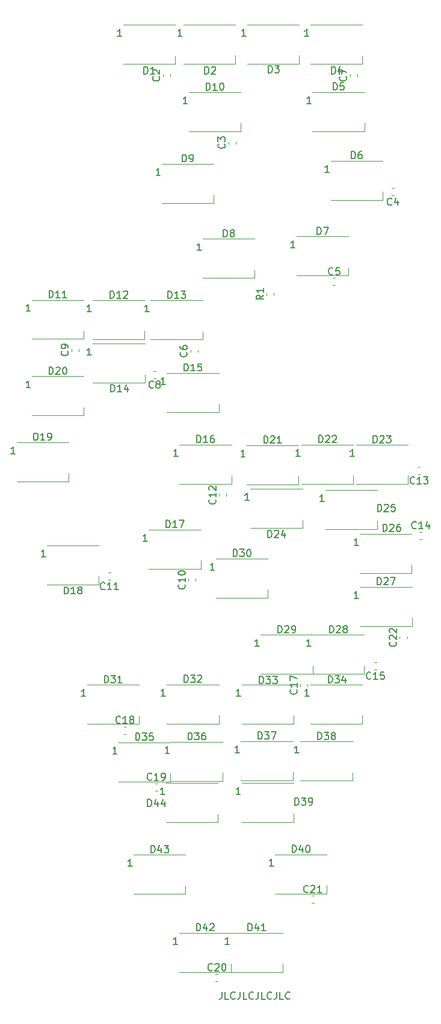
<source format=gbr>
%TF.GenerationSoftware,KiCad,Pcbnew,(5.1.12-1-10_14)*%
%TF.CreationDate,2021-11-25T18:16:29+11:00*%
%TF.ProjectId,EXT LT Panel PCB V2,45585420-4c54-4205-9061-6e656c205043,rev?*%
%TF.SameCoordinates,Original*%
%TF.FileFunction,Legend,Top*%
%TF.FilePolarity,Positive*%
%FSLAX46Y46*%
G04 Gerber Fmt 4.6, Leading zero omitted, Abs format (unit mm)*
G04 Created by KiCad (PCBNEW (5.1.12-1-10_14)) date 2021-11-25 18:16:29*
%MOMM*%
%LPD*%
G01*
G04 APERTURE LIST*
%ADD10C,0.150000*%
%ADD11C,0.120000*%
G04 APERTURE END LIST*
D10*
X121590952Y-164172380D02*
X121590952Y-164886666D01*
X121543333Y-165029523D01*
X121448095Y-165124761D01*
X121305238Y-165172380D01*
X121210000Y-165172380D01*
X122543333Y-165172380D02*
X122067142Y-165172380D01*
X122067142Y-164172380D01*
X123448095Y-165077142D02*
X123400476Y-165124761D01*
X123257619Y-165172380D01*
X123162380Y-165172380D01*
X123019523Y-165124761D01*
X122924285Y-165029523D01*
X122876666Y-164934285D01*
X122829047Y-164743809D01*
X122829047Y-164600952D01*
X122876666Y-164410476D01*
X122924285Y-164315238D01*
X123019523Y-164220000D01*
X123162380Y-164172380D01*
X123257619Y-164172380D01*
X123400476Y-164220000D01*
X123448095Y-164267619D01*
X124162380Y-164172380D02*
X124162380Y-164886666D01*
X124114761Y-165029523D01*
X124019523Y-165124761D01*
X123876666Y-165172380D01*
X123781428Y-165172380D01*
X125114761Y-165172380D02*
X124638571Y-165172380D01*
X124638571Y-164172380D01*
X126019523Y-165077142D02*
X125971904Y-165124761D01*
X125829047Y-165172380D01*
X125733809Y-165172380D01*
X125590952Y-165124761D01*
X125495714Y-165029523D01*
X125448095Y-164934285D01*
X125400476Y-164743809D01*
X125400476Y-164600952D01*
X125448095Y-164410476D01*
X125495714Y-164315238D01*
X125590952Y-164220000D01*
X125733809Y-164172380D01*
X125829047Y-164172380D01*
X125971904Y-164220000D01*
X126019523Y-164267619D01*
X126733809Y-164172380D02*
X126733809Y-164886666D01*
X126686190Y-165029523D01*
X126590952Y-165124761D01*
X126448095Y-165172380D01*
X126352857Y-165172380D01*
X127686190Y-165172380D02*
X127210000Y-165172380D01*
X127210000Y-164172380D01*
X128590952Y-165077142D02*
X128543333Y-165124761D01*
X128400476Y-165172380D01*
X128305238Y-165172380D01*
X128162380Y-165124761D01*
X128067142Y-165029523D01*
X128019523Y-164934285D01*
X127971904Y-164743809D01*
X127971904Y-164600952D01*
X128019523Y-164410476D01*
X128067142Y-164315238D01*
X128162380Y-164220000D01*
X128305238Y-164172380D01*
X128400476Y-164172380D01*
X128543333Y-164220000D01*
X128590952Y-164267619D01*
X129305238Y-164172380D02*
X129305238Y-164886666D01*
X129257619Y-165029523D01*
X129162380Y-165124761D01*
X129019523Y-165172380D01*
X128924285Y-165172380D01*
X130257619Y-165172380D02*
X129781428Y-165172380D01*
X129781428Y-164172380D01*
X131162380Y-165077142D02*
X131114761Y-165124761D01*
X130971904Y-165172380D01*
X130876666Y-165172380D01*
X130733809Y-165124761D01*
X130638571Y-165029523D01*
X130590952Y-164934285D01*
X130543333Y-164743809D01*
X130543333Y-164600952D01*
X130590952Y-164410476D01*
X130638571Y-164315238D01*
X130733809Y-164220000D01*
X130876666Y-164172380D01*
X130971904Y-164172380D01*
X131114761Y-164220000D01*
X131162380Y-164267619D01*
D11*
%TO.C,R1*%
X127912000Y-66283979D02*
X127912000Y-65958421D01*
X128932000Y-66283979D02*
X128932000Y-65958421D01*
%TO.C,C21*%
X134213221Y-150668000D02*
X134538779Y-150668000D01*
X134213221Y-151688000D02*
X134538779Y-151688000D01*
%TO.C,C20*%
X120731221Y-161654000D02*
X121056779Y-161654000D01*
X120731221Y-162674000D02*
X121056779Y-162674000D01*
%TO.C,C19*%
X112207221Y-134902000D02*
X112532779Y-134902000D01*
X112207221Y-135922000D02*
X112532779Y-135922000D01*
%TO.C,C18*%
X107779221Y-126917000D02*
X108104779Y-126917000D01*
X107779221Y-127937000D02*
X108104779Y-127937000D01*
%TO.C,C17*%
X132655000Y-121234779D02*
X132655000Y-120909221D01*
X133675000Y-121234779D02*
X133675000Y-120909221D01*
%TO.C,C22*%
X146637000Y-114526779D02*
X146637000Y-114201221D01*
X147657000Y-114526779D02*
X147657000Y-114201221D01*
%TO.C,C15*%
X143365779Y-118869000D02*
X143040221Y-118869000D01*
X143365779Y-117849000D02*
X143040221Y-117849000D01*
%TO.C,C14*%
X149428221Y-99566000D02*
X149753779Y-99566000D01*
X149428221Y-100586000D02*
X149753779Y-100586000D01*
%TO.C,C13*%
X149514779Y-91442000D02*
X149189221Y-91442000D01*
X149514779Y-90422000D02*
X149189221Y-90422000D01*
%TO.C,C12*%
X121225000Y-94518779D02*
X121225000Y-94193221D01*
X122245000Y-94518779D02*
X122245000Y-94193221D01*
%TO.C,C11*%
X105928779Y-106281000D02*
X105603221Y-106281000D01*
X105928779Y-105261000D02*
X105603221Y-105261000D01*
%TO.C,C10*%
X116909000Y-106453779D02*
X116909000Y-106128221D01*
X117929000Y-106453779D02*
X117929000Y-106128221D01*
%TO.C,C9*%
X100447000Y-74160479D02*
X100447000Y-73834921D01*
X101467000Y-74160479D02*
X101467000Y-73834921D01*
%TO.C,C8*%
X112285779Y-77977500D02*
X111960221Y-77977500D01*
X112285779Y-76957500D02*
X111960221Y-76957500D01*
%TO.C,C7*%
X139629000Y-35578079D02*
X139629000Y-35252521D01*
X140649000Y-35578079D02*
X140649000Y-35252521D01*
%TO.C,C6*%
X117176000Y-74300279D02*
X117176000Y-73974721D01*
X118196000Y-74300279D02*
X118196000Y-73974721D01*
%TO.C,C5*%
X137241221Y-63886600D02*
X137566779Y-63886600D01*
X137241221Y-64906600D02*
X137566779Y-64906600D01*
%TO.C,C4*%
X145836779Y-52275200D02*
X145511221Y-52275200D01*
X145836779Y-51255200D02*
X145511221Y-51255200D01*
%TO.C,C3*%
X122528000Y-45026679D02*
X122528000Y-44701121D01*
X123548000Y-45026679D02*
X123548000Y-44701121D01*
%TO.C,C2*%
X113310000Y-35557779D02*
X113310000Y-35232221D01*
X114330000Y-35557779D02*
X114330000Y-35232221D01*
%TO.C,D14*%
X110748000Y-78619600D02*
X110748000Y-77469600D01*
X103448000Y-78619600D02*
X110748000Y-78619600D01*
X103448000Y-73119600D02*
X110748000Y-73119600D01*
%TO.C,D40*%
X136379000Y-150349000D02*
X136379000Y-149199000D01*
X129079000Y-150349000D02*
X136379000Y-150349000D01*
X129079000Y-144849000D02*
X136379000Y-144849000D01*
%TO.C,D44*%
X121060000Y-140342000D02*
X121060000Y-139192000D01*
X113760000Y-140342000D02*
X121060000Y-140342000D01*
X113760000Y-134842000D02*
X121060000Y-134842000D01*
%TO.C,D43*%
X116488000Y-150400000D02*
X116488000Y-149250000D01*
X109188000Y-150400000D02*
X116488000Y-150400000D01*
X109188000Y-144900000D02*
X116488000Y-144900000D01*
%TO.C,D42*%
X122889000Y-161373000D02*
X122889000Y-160223000D01*
X115589000Y-161373000D02*
X122889000Y-161373000D01*
X115589000Y-155873000D02*
X122889000Y-155873000D01*
%TO.C,D41*%
X130154000Y-161373000D02*
X130154000Y-160223000D01*
X122854000Y-161373000D02*
X130154000Y-161373000D01*
X122854000Y-155873000D02*
X130154000Y-155873000D01*
%TO.C,D39*%
X131705000Y-140291000D02*
X131705000Y-139141000D01*
X124405000Y-140291000D02*
X131705000Y-140291000D01*
X124405000Y-134791000D02*
X131705000Y-134791000D01*
%TO.C,D38*%
X139958000Y-134500000D02*
X139958000Y-133350000D01*
X132658000Y-134500000D02*
X139958000Y-134500000D01*
X132658000Y-129000000D02*
X139958000Y-129000000D01*
%TO.C,D37*%
X131576000Y-134449000D02*
X131576000Y-133299000D01*
X124276000Y-134449000D02*
X131576000Y-134449000D01*
X124276000Y-128949000D02*
X131576000Y-128949000D01*
%TO.C,D36*%
X121721000Y-134550000D02*
X121721000Y-133400000D01*
X114421000Y-134550000D02*
X121721000Y-134550000D01*
X114421000Y-129050000D02*
X121721000Y-129050000D01*
%TO.C,D35*%
X114355000Y-134601000D02*
X114355000Y-133451000D01*
X107055000Y-134601000D02*
X114355000Y-134601000D01*
X107055000Y-129101000D02*
X114355000Y-129101000D01*
%TO.C,D34*%
X141380000Y-126473000D02*
X141380000Y-125323000D01*
X134080000Y-126473000D02*
X141380000Y-126473000D01*
X134080000Y-120973000D02*
X141380000Y-120973000D01*
%TO.C,D33*%
X131717000Y-126499000D02*
X131717000Y-125349000D01*
X124417000Y-126499000D02*
X131717000Y-126499000D01*
X124417000Y-120999000D02*
X131717000Y-120999000D01*
%TO.C,D32*%
X121162000Y-126473000D02*
X121162000Y-125323000D01*
X113862000Y-126473000D02*
X121162000Y-126473000D01*
X113862000Y-120973000D02*
X121162000Y-120973000D01*
%TO.C,D31*%
X109935000Y-126524000D02*
X109935000Y-125374000D01*
X102635000Y-126524000D02*
X109935000Y-126524000D01*
X102635000Y-121024000D02*
X109935000Y-121024000D01*
%TO.C,D30*%
X128071000Y-108795000D02*
X128071000Y-107645000D01*
X120771000Y-108795000D02*
X128071000Y-108795000D01*
X120771000Y-103295000D02*
X128071000Y-103295000D01*
%TO.C,D29*%
X134370000Y-119514000D02*
X134370000Y-118364000D01*
X127070000Y-119514000D02*
X134370000Y-119514000D01*
X127070000Y-114014000D02*
X134370000Y-114014000D01*
%TO.C,D28*%
X141634000Y-119514000D02*
X141634000Y-118364000D01*
X134334000Y-119514000D02*
X141634000Y-119514000D01*
X134334000Y-114014000D02*
X141634000Y-114014000D01*
%TO.C,D27*%
X148340000Y-112757000D02*
X148340000Y-111607000D01*
X141040000Y-112757000D02*
X148340000Y-112757000D01*
X141040000Y-107257000D02*
X148340000Y-107257000D01*
%TO.C,D26*%
X148328000Y-105315000D02*
X148328000Y-104165000D01*
X141028000Y-105315000D02*
X148328000Y-105315000D01*
X141028000Y-99815000D02*
X148328000Y-99815000D01*
%TO.C,D25*%
X143502000Y-99168400D02*
X143502000Y-98018400D01*
X136202000Y-99168400D02*
X143502000Y-99168400D01*
X136202000Y-93668400D02*
X143502000Y-93668400D01*
%TO.C,D24*%
X132936000Y-99016000D02*
X132936000Y-97866000D01*
X125636000Y-99016000D02*
X132936000Y-99016000D01*
X125636000Y-93516000D02*
X132936000Y-93516000D01*
%TO.C,D23*%
X147770000Y-92818400D02*
X147770000Y-91668400D01*
X140470000Y-92818400D02*
X147770000Y-92818400D01*
X140470000Y-87318400D02*
X147770000Y-87318400D01*
%TO.C,D22*%
X140110000Y-92792800D02*
X140110000Y-91642800D01*
X132810000Y-92792800D02*
X140110000Y-92792800D01*
X132810000Y-87292800D02*
X140110000Y-87292800D01*
%TO.C,D21*%
X132377000Y-92869200D02*
X132377000Y-91719200D01*
X125077000Y-92869200D02*
X132377000Y-92869200D01*
X125077000Y-87369200D02*
X132377000Y-87369200D01*
%TO.C,D20*%
X102162800Y-83191600D02*
X102162800Y-82041600D01*
X94862800Y-83191600D02*
X102162800Y-83191600D01*
X94862800Y-77691600D02*
X102162800Y-77691600D01*
%TO.C,D19*%
X100017600Y-92462800D02*
X100017600Y-91312800D01*
X92717600Y-92462800D02*
X100017600Y-92462800D01*
X92717600Y-86962800D02*
X100017600Y-86962800D01*
%TO.C,D18*%
X104296000Y-106915000D02*
X104296000Y-105765000D01*
X96996000Y-106915000D02*
X104296000Y-106915000D01*
X96996000Y-101415000D02*
X104296000Y-101415000D01*
%TO.C,D17*%
X118622000Y-104731000D02*
X118622000Y-103581000D01*
X111322000Y-104731000D02*
X118622000Y-104731000D01*
X111322000Y-99231000D02*
X118622000Y-99231000D01*
%TO.C,D16*%
X122940000Y-92792800D02*
X122940000Y-91642800D01*
X115640000Y-92792800D02*
X122940000Y-92792800D01*
X115640000Y-87292800D02*
X122940000Y-87292800D01*
%TO.C,D15*%
X121162000Y-82734400D02*
X121162000Y-81584400D01*
X113862000Y-82734400D02*
X121162000Y-82734400D01*
X113862000Y-77234400D02*
X121162000Y-77234400D01*
%TO.C,D13*%
X118876000Y-72523600D02*
X118876000Y-71373600D01*
X111576000Y-72523600D02*
X118876000Y-72523600D01*
X111576000Y-67023600D02*
X118876000Y-67023600D01*
%TO.C,D12*%
X110736000Y-72498400D02*
X110736000Y-71348400D01*
X103436000Y-72498400D02*
X110736000Y-72498400D01*
X103436000Y-66998400D02*
X110736000Y-66998400D01*
%TO.C,D11*%
X102151200Y-72447600D02*
X102151200Y-71297600D01*
X94851200Y-72447600D02*
X102151200Y-72447600D01*
X94851200Y-66947600D02*
X102151200Y-66947600D01*
%TO.C,D10*%
X124249000Y-43288400D02*
X124249000Y-42138400D01*
X116949000Y-43288400D02*
X124249000Y-43288400D01*
X116949000Y-37788400D02*
X124249000Y-37788400D01*
%TO.C,D9*%
X120439000Y-53346800D02*
X120439000Y-52196800D01*
X113139000Y-53346800D02*
X120439000Y-53346800D01*
X113139000Y-47846800D02*
X120439000Y-47846800D01*
%TO.C,D8*%
X126219000Y-63887600D02*
X126219000Y-62737600D01*
X118919000Y-63887600D02*
X126219000Y-63887600D01*
X118919000Y-58387600D02*
X126219000Y-58387600D01*
%TO.C,D7*%
X139399000Y-63532000D02*
X139399000Y-62382000D01*
X132099000Y-63532000D02*
X139399000Y-63532000D01*
X132099000Y-58032000D02*
X139399000Y-58032000D01*
%TO.C,D6*%
X144225000Y-52914800D02*
X144225000Y-51764800D01*
X136925000Y-52914800D02*
X144225000Y-52914800D01*
X136925000Y-47414800D02*
X144225000Y-47414800D01*
%TO.C,D5*%
X141662000Y-43262800D02*
X141662000Y-42112800D01*
X134362000Y-43262800D02*
X141662000Y-43262800D01*
X134362000Y-37762800D02*
X141662000Y-37762800D01*
%TO.C,D4*%
X141330000Y-33814000D02*
X141330000Y-32664000D01*
X134030000Y-33814000D02*
X141330000Y-33814000D01*
X134030000Y-28314000D02*
X141330000Y-28314000D01*
%TO.C,D3*%
X132490000Y-33763200D02*
X132490000Y-32613200D01*
X125190000Y-33763200D02*
X132490000Y-33763200D01*
X125190000Y-28263200D02*
X132490000Y-28263200D01*
%TO.C,D2*%
X123487000Y-33788800D02*
X123487000Y-32638800D01*
X116187000Y-33788800D02*
X123487000Y-33788800D01*
X116187000Y-28288800D02*
X123487000Y-28288800D01*
%TO.C,D1*%
X115015000Y-33814000D02*
X115015000Y-32664000D01*
X107715000Y-33814000D02*
X115015000Y-33814000D01*
X107715000Y-28314000D02*
X115015000Y-28314000D01*
%TO.C,R1*%
D10*
X127444380Y-66287866D02*
X126968190Y-66621200D01*
X127444380Y-66859295D02*
X126444380Y-66859295D01*
X126444380Y-66478342D01*
X126492000Y-66383104D01*
X126539619Y-66335485D01*
X126634857Y-66287866D01*
X126777714Y-66287866D01*
X126872952Y-66335485D01*
X126920571Y-66383104D01*
X126968190Y-66478342D01*
X126968190Y-66859295D01*
X127444380Y-65335485D02*
X127444380Y-65906914D01*
X127444380Y-65621200D02*
X126444380Y-65621200D01*
X126587238Y-65716438D01*
X126682476Y-65811676D01*
X126730095Y-65906914D01*
%TO.C,C21*%
X133733142Y-150105142D02*
X133685523Y-150152761D01*
X133542666Y-150200380D01*
X133447428Y-150200380D01*
X133304571Y-150152761D01*
X133209333Y-150057523D01*
X133161714Y-149962285D01*
X133114095Y-149771809D01*
X133114095Y-149628952D01*
X133161714Y-149438476D01*
X133209333Y-149343238D01*
X133304571Y-149248000D01*
X133447428Y-149200380D01*
X133542666Y-149200380D01*
X133685523Y-149248000D01*
X133733142Y-149295619D01*
X134114095Y-149295619D02*
X134161714Y-149248000D01*
X134256952Y-149200380D01*
X134495047Y-149200380D01*
X134590285Y-149248000D01*
X134637904Y-149295619D01*
X134685523Y-149390857D01*
X134685523Y-149486095D01*
X134637904Y-149628952D01*
X134066476Y-150200380D01*
X134685523Y-150200380D01*
X135637904Y-150200380D02*
X135066476Y-150200380D01*
X135352190Y-150200380D02*
X135352190Y-149200380D01*
X135256952Y-149343238D01*
X135161714Y-149438476D01*
X135066476Y-149486095D01*
%TO.C,C20*%
X120251142Y-161091142D02*
X120203523Y-161138761D01*
X120060666Y-161186380D01*
X119965428Y-161186380D01*
X119822571Y-161138761D01*
X119727333Y-161043523D01*
X119679714Y-160948285D01*
X119632095Y-160757809D01*
X119632095Y-160614952D01*
X119679714Y-160424476D01*
X119727333Y-160329238D01*
X119822571Y-160234000D01*
X119965428Y-160186380D01*
X120060666Y-160186380D01*
X120203523Y-160234000D01*
X120251142Y-160281619D01*
X120632095Y-160281619D02*
X120679714Y-160234000D01*
X120774952Y-160186380D01*
X121013047Y-160186380D01*
X121108285Y-160234000D01*
X121155904Y-160281619D01*
X121203523Y-160376857D01*
X121203523Y-160472095D01*
X121155904Y-160614952D01*
X120584476Y-161186380D01*
X121203523Y-161186380D01*
X121822571Y-160186380D02*
X121917809Y-160186380D01*
X122013047Y-160234000D01*
X122060666Y-160281619D01*
X122108285Y-160376857D01*
X122155904Y-160567333D01*
X122155904Y-160805428D01*
X122108285Y-160995904D01*
X122060666Y-161091142D01*
X122013047Y-161138761D01*
X121917809Y-161186380D01*
X121822571Y-161186380D01*
X121727333Y-161138761D01*
X121679714Y-161091142D01*
X121632095Y-160995904D01*
X121584476Y-160805428D01*
X121584476Y-160567333D01*
X121632095Y-160376857D01*
X121679714Y-160281619D01*
X121727333Y-160234000D01*
X121822571Y-160186380D01*
%TO.C,C19*%
X111727142Y-134339142D02*
X111679523Y-134386761D01*
X111536666Y-134434380D01*
X111441428Y-134434380D01*
X111298571Y-134386761D01*
X111203333Y-134291523D01*
X111155714Y-134196285D01*
X111108095Y-134005809D01*
X111108095Y-133862952D01*
X111155714Y-133672476D01*
X111203333Y-133577238D01*
X111298571Y-133482000D01*
X111441428Y-133434380D01*
X111536666Y-133434380D01*
X111679523Y-133482000D01*
X111727142Y-133529619D01*
X112679523Y-134434380D02*
X112108095Y-134434380D01*
X112393809Y-134434380D02*
X112393809Y-133434380D01*
X112298571Y-133577238D01*
X112203333Y-133672476D01*
X112108095Y-133720095D01*
X113155714Y-134434380D02*
X113346190Y-134434380D01*
X113441428Y-134386761D01*
X113489047Y-134339142D01*
X113584285Y-134196285D01*
X113631904Y-134005809D01*
X113631904Y-133624857D01*
X113584285Y-133529619D01*
X113536666Y-133482000D01*
X113441428Y-133434380D01*
X113250952Y-133434380D01*
X113155714Y-133482000D01*
X113108095Y-133529619D01*
X113060476Y-133624857D01*
X113060476Y-133862952D01*
X113108095Y-133958190D01*
X113155714Y-134005809D01*
X113250952Y-134053428D01*
X113441428Y-134053428D01*
X113536666Y-134005809D01*
X113584285Y-133958190D01*
X113631904Y-133862952D01*
%TO.C,C18*%
X107299142Y-126354142D02*
X107251523Y-126401761D01*
X107108666Y-126449380D01*
X107013428Y-126449380D01*
X106870571Y-126401761D01*
X106775333Y-126306523D01*
X106727714Y-126211285D01*
X106680095Y-126020809D01*
X106680095Y-125877952D01*
X106727714Y-125687476D01*
X106775333Y-125592238D01*
X106870571Y-125497000D01*
X107013428Y-125449380D01*
X107108666Y-125449380D01*
X107251523Y-125497000D01*
X107299142Y-125544619D01*
X108251523Y-126449380D02*
X107680095Y-126449380D01*
X107965809Y-126449380D02*
X107965809Y-125449380D01*
X107870571Y-125592238D01*
X107775333Y-125687476D01*
X107680095Y-125735095D01*
X108822952Y-125877952D02*
X108727714Y-125830333D01*
X108680095Y-125782714D01*
X108632476Y-125687476D01*
X108632476Y-125639857D01*
X108680095Y-125544619D01*
X108727714Y-125497000D01*
X108822952Y-125449380D01*
X109013428Y-125449380D01*
X109108666Y-125497000D01*
X109156285Y-125544619D01*
X109203904Y-125639857D01*
X109203904Y-125687476D01*
X109156285Y-125782714D01*
X109108666Y-125830333D01*
X109013428Y-125877952D01*
X108822952Y-125877952D01*
X108727714Y-125925571D01*
X108680095Y-125973190D01*
X108632476Y-126068428D01*
X108632476Y-126258904D01*
X108680095Y-126354142D01*
X108727714Y-126401761D01*
X108822952Y-126449380D01*
X109013428Y-126449380D01*
X109108666Y-126401761D01*
X109156285Y-126354142D01*
X109203904Y-126258904D01*
X109203904Y-126068428D01*
X109156285Y-125973190D01*
X109108666Y-125925571D01*
X109013428Y-125877952D01*
%TO.C,C17*%
X132092142Y-121714857D02*
X132139761Y-121762476D01*
X132187380Y-121905333D01*
X132187380Y-122000571D01*
X132139761Y-122143428D01*
X132044523Y-122238666D01*
X131949285Y-122286285D01*
X131758809Y-122333904D01*
X131615952Y-122333904D01*
X131425476Y-122286285D01*
X131330238Y-122238666D01*
X131235000Y-122143428D01*
X131187380Y-122000571D01*
X131187380Y-121905333D01*
X131235000Y-121762476D01*
X131282619Y-121714857D01*
X132187380Y-120762476D02*
X132187380Y-121333904D01*
X132187380Y-121048190D02*
X131187380Y-121048190D01*
X131330238Y-121143428D01*
X131425476Y-121238666D01*
X131473095Y-121333904D01*
X131187380Y-120429142D02*
X131187380Y-119762476D01*
X132187380Y-120191047D01*
%TO.C,C22*%
X146074142Y-115006857D02*
X146121761Y-115054476D01*
X146169380Y-115197333D01*
X146169380Y-115292571D01*
X146121761Y-115435428D01*
X146026523Y-115530666D01*
X145931285Y-115578285D01*
X145740809Y-115625904D01*
X145597952Y-115625904D01*
X145407476Y-115578285D01*
X145312238Y-115530666D01*
X145217000Y-115435428D01*
X145169380Y-115292571D01*
X145169380Y-115197333D01*
X145217000Y-115054476D01*
X145264619Y-115006857D01*
X145264619Y-114625904D02*
X145217000Y-114578285D01*
X145169380Y-114483047D01*
X145169380Y-114244952D01*
X145217000Y-114149714D01*
X145264619Y-114102095D01*
X145359857Y-114054476D01*
X145455095Y-114054476D01*
X145597952Y-114102095D01*
X146169380Y-114673523D01*
X146169380Y-114054476D01*
X145264619Y-113673523D02*
X145217000Y-113625904D01*
X145169380Y-113530666D01*
X145169380Y-113292571D01*
X145217000Y-113197333D01*
X145264619Y-113149714D01*
X145359857Y-113102095D01*
X145455095Y-113102095D01*
X145597952Y-113149714D01*
X146169380Y-113721142D01*
X146169380Y-113102095D01*
%TO.C,C15*%
X142560142Y-120146142D02*
X142512523Y-120193761D01*
X142369666Y-120241380D01*
X142274428Y-120241380D01*
X142131571Y-120193761D01*
X142036333Y-120098523D01*
X141988714Y-120003285D01*
X141941095Y-119812809D01*
X141941095Y-119669952D01*
X141988714Y-119479476D01*
X142036333Y-119384238D01*
X142131571Y-119289000D01*
X142274428Y-119241380D01*
X142369666Y-119241380D01*
X142512523Y-119289000D01*
X142560142Y-119336619D01*
X143512523Y-120241380D02*
X142941095Y-120241380D01*
X143226809Y-120241380D02*
X143226809Y-119241380D01*
X143131571Y-119384238D01*
X143036333Y-119479476D01*
X142941095Y-119527095D01*
X144417285Y-119241380D02*
X143941095Y-119241380D01*
X143893476Y-119717571D01*
X143941095Y-119669952D01*
X144036333Y-119622333D01*
X144274428Y-119622333D01*
X144369666Y-119669952D01*
X144417285Y-119717571D01*
X144464904Y-119812809D01*
X144464904Y-120050904D01*
X144417285Y-120146142D01*
X144369666Y-120193761D01*
X144274428Y-120241380D01*
X144036333Y-120241380D01*
X143941095Y-120193761D01*
X143893476Y-120146142D01*
%TO.C,C14*%
X148948142Y-99003142D02*
X148900523Y-99050761D01*
X148757666Y-99098380D01*
X148662428Y-99098380D01*
X148519571Y-99050761D01*
X148424333Y-98955523D01*
X148376714Y-98860285D01*
X148329095Y-98669809D01*
X148329095Y-98526952D01*
X148376714Y-98336476D01*
X148424333Y-98241238D01*
X148519571Y-98146000D01*
X148662428Y-98098380D01*
X148757666Y-98098380D01*
X148900523Y-98146000D01*
X148948142Y-98193619D01*
X149900523Y-99098380D02*
X149329095Y-99098380D01*
X149614809Y-99098380D02*
X149614809Y-98098380D01*
X149519571Y-98241238D01*
X149424333Y-98336476D01*
X149329095Y-98384095D01*
X150757666Y-98431714D02*
X150757666Y-99098380D01*
X150519571Y-98050761D02*
X150281476Y-98765047D01*
X150900523Y-98765047D01*
%TO.C,C13*%
X148709142Y-92719142D02*
X148661523Y-92766761D01*
X148518666Y-92814380D01*
X148423428Y-92814380D01*
X148280571Y-92766761D01*
X148185333Y-92671523D01*
X148137714Y-92576285D01*
X148090095Y-92385809D01*
X148090095Y-92242952D01*
X148137714Y-92052476D01*
X148185333Y-91957238D01*
X148280571Y-91862000D01*
X148423428Y-91814380D01*
X148518666Y-91814380D01*
X148661523Y-91862000D01*
X148709142Y-91909619D01*
X149661523Y-92814380D02*
X149090095Y-92814380D01*
X149375809Y-92814380D02*
X149375809Y-91814380D01*
X149280571Y-91957238D01*
X149185333Y-92052476D01*
X149090095Y-92100095D01*
X149994857Y-91814380D02*
X150613904Y-91814380D01*
X150280571Y-92195333D01*
X150423428Y-92195333D01*
X150518666Y-92242952D01*
X150566285Y-92290571D01*
X150613904Y-92385809D01*
X150613904Y-92623904D01*
X150566285Y-92719142D01*
X150518666Y-92766761D01*
X150423428Y-92814380D01*
X150137714Y-92814380D01*
X150042476Y-92766761D01*
X149994857Y-92719142D01*
%TO.C,C12*%
X120662142Y-94998857D02*
X120709761Y-95046476D01*
X120757380Y-95189333D01*
X120757380Y-95284571D01*
X120709761Y-95427428D01*
X120614523Y-95522666D01*
X120519285Y-95570285D01*
X120328809Y-95617904D01*
X120185952Y-95617904D01*
X119995476Y-95570285D01*
X119900238Y-95522666D01*
X119805000Y-95427428D01*
X119757380Y-95284571D01*
X119757380Y-95189333D01*
X119805000Y-95046476D01*
X119852619Y-94998857D01*
X120757380Y-94046476D02*
X120757380Y-94617904D01*
X120757380Y-94332190D02*
X119757380Y-94332190D01*
X119900238Y-94427428D01*
X119995476Y-94522666D01*
X120043095Y-94617904D01*
X119852619Y-93665523D02*
X119805000Y-93617904D01*
X119757380Y-93522666D01*
X119757380Y-93284571D01*
X119805000Y-93189333D01*
X119852619Y-93141714D01*
X119947857Y-93094095D01*
X120043095Y-93094095D01*
X120185952Y-93141714D01*
X120757380Y-93713142D01*
X120757380Y-93094095D01*
%TO.C,C11*%
X105123142Y-107558142D02*
X105075523Y-107605761D01*
X104932666Y-107653380D01*
X104837428Y-107653380D01*
X104694571Y-107605761D01*
X104599333Y-107510523D01*
X104551714Y-107415285D01*
X104504095Y-107224809D01*
X104504095Y-107081952D01*
X104551714Y-106891476D01*
X104599333Y-106796238D01*
X104694571Y-106701000D01*
X104837428Y-106653380D01*
X104932666Y-106653380D01*
X105075523Y-106701000D01*
X105123142Y-106748619D01*
X106075523Y-107653380D02*
X105504095Y-107653380D01*
X105789809Y-107653380D02*
X105789809Y-106653380D01*
X105694571Y-106796238D01*
X105599333Y-106891476D01*
X105504095Y-106939095D01*
X107027904Y-107653380D02*
X106456476Y-107653380D01*
X106742190Y-107653380D02*
X106742190Y-106653380D01*
X106646952Y-106796238D01*
X106551714Y-106891476D01*
X106456476Y-106939095D01*
%TO.C,C10*%
X116346142Y-106933857D02*
X116393761Y-106981476D01*
X116441380Y-107124333D01*
X116441380Y-107219571D01*
X116393761Y-107362428D01*
X116298523Y-107457666D01*
X116203285Y-107505285D01*
X116012809Y-107552904D01*
X115869952Y-107552904D01*
X115679476Y-107505285D01*
X115584238Y-107457666D01*
X115489000Y-107362428D01*
X115441380Y-107219571D01*
X115441380Y-107124333D01*
X115489000Y-106981476D01*
X115536619Y-106933857D01*
X116441380Y-105981476D02*
X116441380Y-106552904D01*
X116441380Y-106267190D02*
X115441380Y-106267190D01*
X115584238Y-106362428D01*
X115679476Y-106457666D01*
X115727095Y-106552904D01*
X115441380Y-105362428D02*
X115441380Y-105267190D01*
X115489000Y-105171952D01*
X115536619Y-105124333D01*
X115631857Y-105076714D01*
X115822333Y-105029095D01*
X116060428Y-105029095D01*
X116250904Y-105076714D01*
X116346142Y-105124333D01*
X116393761Y-105171952D01*
X116441380Y-105267190D01*
X116441380Y-105362428D01*
X116393761Y-105457666D01*
X116346142Y-105505285D01*
X116250904Y-105552904D01*
X116060428Y-105600523D01*
X115822333Y-105600523D01*
X115631857Y-105552904D01*
X115536619Y-105505285D01*
X115489000Y-105457666D01*
X115441380Y-105362428D01*
%TO.C,C9*%
X99884142Y-74164366D02*
X99931761Y-74211985D01*
X99979380Y-74354842D01*
X99979380Y-74450080D01*
X99931761Y-74592938D01*
X99836523Y-74688176D01*
X99741285Y-74735795D01*
X99550809Y-74783414D01*
X99407952Y-74783414D01*
X99217476Y-74735795D01*
X99122238Y-74688176D01*
X99027000Y-74592938D01*
X98979380Y-74450080D01*
X98979380Y-74354842D01*
X99027000Y-74211985D01*
X99074619Y-74164366D01*
X99979380Y-73688176D02*
X99979380Y-73497700D01*
X99931761Y-73402461D01*
X99884142Y-73354842D01*
X99741285Y-73259604D01*
X99550809Y-73211985D01*
X99169857Y-73211985D01*
X99074619Y-73259604D01*
X99027000Y-73307223D01*
X98979380Y-73402461D01*
X98979380Y-73592938D01*
X99027000Y-73688176D01*
X99074619Y-73735795D01*
X99169857Y-73783414D01*
X99407952Y-73783414D01*
X99503190Y-73735795D01*
X99550809Y-73688176D01*
X99598428Y-73592938D01*
X99598428Y-73402461D01*
X99550809Y-73307223D01*
X99503190Y-73259604D01*
X99407952Y-73211985D01*
%TO.C,C8*%
X111956333Y-79254642D02*
X111908714Y-79302261D01*
X111765857Y-79349880D01*
X111670619Y-79349880D01*
X111527761Y-79302261D01*
X111432523Y-79207023D01*
X111384904Y-79111785D01*
X111337285Y-78921309D01*
X111337285Y-78778452D01*
X111384904Y-78587976D01*
X111432523Y-78492738D01*
X111527761Y-78397500D01*
X111670619Y-78349880D01*
X111765857Y-78349880D01*
X111908714Y-78397500D01*
X111956333Y-78445119D01*
X112527761Y-78778452D02*
X112432523Y-78730833D01*
X112384904Y-78683214D01*
X112337285Y-78587976D01*
X112337285Y-78540357D01*
X112384904Y-78445119D01*
X112432523Y-78397500D01*
X112527761Y-78349880D01*
X112718238Y-78349880D01*
X112813476Y-78397500D01*
X112861095Y-78445119D01*
X112908714Y-78540357D01*
X112908714Y-78587976D01*
X112861095Y-78683214D01*
X112813476Y-78730833D01*
X112718238Y-78778452D01*
X112527761Y-78778452D01*
X112432523Y-78826071D01*
X112384904Y-78873690D01*
X112337285Y-78968928D01*
X112337285Y-79159404D01*
X112384904Y-79254642D01*
X112432523Y-79302261D01*
X112527761Y-79349880D01*
X112718238Y-79349880D01*
X112813476Y-79302261D01*
X112861095Y-79254642D01*
X112908714Y-79159404D01*
X112908714Y-78968928D01*
X112861095Y-78873690D01*
X112813476Y-78826071D01*
X112718238Y-78778452D01*
%TO.C,C7*%
X139066142Y-35581966D02*
X139113761Y-35629585D01*
X139161380Y-35772442D01*
X139161380Y-35867680D01*
X139113761Y-36010538D01*
X139018523Y-36105776D01*
X138923285Y-36153395D01*
X138732809Y-36201014D01*
X138589952Y-36201014D01*
X138399476Y-36153395D01*
X138304238Y-36105776D01*
X138209000Y-36010538D01*
X138161380Y-35867680D01*
X138161380Y-35772442D01*
X138209000Y-35629585D01*
X138256619Y-35581966D01*
X138161380Y-35248633D02*
X138161380Y-34581966D01*
X139161380Y-35010538D01*
%TO.C,C6*%
X116613142Y-74304166D02*
X116660761Y-74351785D01*
X116708380Y-74494642D01*
X116708380Y-74589880D01*
X116660761Y-74732738D01*
X116565523Y-74827976D01*
X116470285Y-74875595D01*
X116279809Y-74923214D01*
X116136952Y-74923214D01*
X115946476Y-74875595D01*
X115851238Y-74827976D01*
X115756000Y-74732738D01*
X115708380Y-74589880D01*
X115708380Y-74494642D01*
X115756000Y-74351785D01*
X115803619Y-74304166D01*
X115708380Y-73447023D02*
X115708380Y-73637500D01*
X115756000Y-73732738D01*
X115803619Y-73780357D01*
X115946476Y-73875595D01*
X116136952Y-73923214D01*
X116517904Y-73923214D01*
X116613142Y-73875595D01*
X116660761Y-73827976D01*
X116708380Y-73732738D01*
X116708380Y-73542261D01*
X116660761Y-73447023D01*
X116613142Y-73399404D01*
X116517904Y-73351785D01*
X116279809Y-73351785D01*
X116184571Y-73399404D01*
X116136952Y-73447023D01*
X116089333Y-73542261D01*
X116089333Y-73732738D01*
X116136952Y-73827976D01*
X116184571Y-73875595D01*
X116279809Y-73923214D01*
%TO.C,C5*%
X137237333Y-63323742D02*
X137189714Y-63371361D01*
X137046857Y-63418980D01*
X136951619Y-63418980D01*
X136808761Y-63371361D01*
X136713523Y-63276123D01*
X136665904Y-63180885D01*
X136618285Y-62990409D01*
X136618285Y-62847552D01*
X136665904Y-62657076D01*
X136713523Y-62561838D01*
X136808761Y-62466600D01*
X136951619Y-62418980D01*
X137046857Y-62418980D01*
X137189714Y-62466600D01*
X137237333Y-62514219D01*
X138142095Y-62418980D02*
X137665904Y-62418980D01*
X137618285Y-62895171D01*
X137665904Y-62847552D01*
X137761142Y-62799933D01*
X137999238Y-62799933D01*
X138094476Y-62847552D01*
X138142095Y-62895171D01*
X138189714Y-62990409D01*
X138189714Y-63228504D01*
X138142095Y-63323742D01*
X138094476Y-63371361D01*
X137999238Y-63418980D01*
X137761142Y-63418980D01*
X137665904Y-63371361D01*
X137618285Y-63323742D01*
%TO.C,C4*%
X145507333Y-53552342D02*
X145459714Y-53599961D01*
X145316857Y-53647580D01*
X145221619Y-53647580D01*
X145078761Y-53599961D01*
X144983523Y-53504723D01*
X144935904Y-53409485D01*
X144888285Y-53219009D01*
X144888285Y-53076152D01*
X144935904Y-52885676D01*
X144983523Y-52790438D01*
X145078761Y-52695200D01*
X145221619Y-52647580D01*
X145316857Y-52647580D01*
X145459714Y-52695200D01*
X145507333Y-52742819D01*
X146364476Y-52980914D02*
X146364476Y-53647580D01*
X146126380Y-52599961D02*
X145888285Y-53314247D01*
X146507333Y-53314247D01*
%TO.C,C3*%
X121965142Y-45030566D02*
X122012761Y-45078185D01*
X122060380Y-45221042D01*
X122060380Y-45316280D01*
X122012761Y-45459138D01*
X121917523Y-45554376D01*
X121822285Y-45601995D01*
X121631809Y-45649614D01*
X121488952Y-45649614D01*
X121298476Y-45601995D01*
X121203238Y-45554376D01*
X121108000Y-45459138D01*
X121060380Y-45316280D01*
X121060380Y-45221042D01*
X121108000Y-45078185D01*
X121155619Y-45030566D01*
X121060380Y-44697233D02*
X121060380Y-44078185D01*
X121441333Y-44411519D01*
X121441333Y-44268661D01*
X121488952Y-44173423D01*
X121536571Y-44125804D01*
X121631809Y-44078185D01*
X121869904Y-44078185D01*
X121965142Y-44125804D01*
X122012761Y-44173423D01*
X122060380Y-44268661D01*
X122060380Y-44554376D01*
X122012761Y-44649614D01*
X121965142Y-44697233D01*
%TO.C,C2*%
X112747142Y-35561666D02*
X112794761Y-35609285D01*
X112842380Y-35752142D01*
X112842380Y-35847380D01*
X112794761Y-35990238D01*
X112699523Y-36085476D01*
X112604285Y-36133095D01*
X112413809Y-36180714D01*
X112270952Y-36180714D01*
X112080476Y-36133095D01*
X111985238Y-36085476D01*
X111890000Y-35990238D01*
X111842380Y-35847380D01*
X111842380Y-35752142D01*
X111890000Y-35609285D01*
X111937619Y-35561666D01*
X111937619Y-35180714D02*
X111890000Y-35133095D01*
X111842380Y-35037857D01*
X111842380Y-34799761D01*
X111890000Y-34704523D01*
X111937619Y-34656904D01*
X112032857Y-34609285D01*
X112128095Y-34609285D01*
X112270952Y-34656904D01*
X112842380Y-35228333D01*
X112842380Y-34609285D01*
%TO.C,D14*%
X105973714Y-79852780D02*
X105973714Y-78852780D01*
X106211809Y-78852780D01*
X106354666Y-78900400D01*
X106449904Y-78995638D01*
X106497523Y-79090876D01*
X106545142Y-79281352D01*
X106545142Y-79424209D01*
X106497523Y-79614685D01*
X106449904Y-79709923D01*
X106354666Y-79805161D01*
X106211809Y-79852780D01*
X105973714Y-79852780D01*
X107497523Y-79852780D02*
X106926095Y-79852780D01*
X107211809Y-79852780D02*
X107211809Y-78852780D01*
X107116571Y-78995638D01*
X107021333Y-79090876D01*
X106926095Y-79138495D01*
X108354666Y-79186114D02*
X108354666Y-79852780D01*
X108116571Y-78805161D02*
X107878476Y-79519447D01*
X108497523Y-79519447D01*
X103233714Y-74721980D02*
X102662285Y-74721980D01*
X102948000Y-74721980D02*
X102948000Y-73721980D01*
X102852761Y-73864838D01*
X102757523Y-73960076D01*
X102662285Y-74007695D01*
%TO.C,D40*%
X131514714Y-144551380D02*
X131514714Y-143551380D01*
X131752809Y-143551380D01*
X131895666Y-143599000D01*
X131990904Y-143694238D01*
X132038523Y-143789476D01*
X132086142Y-143979952D01*
X132086142Y-144122809D01*
X132038523Y-144313285D01*
X131990904Y-144408523D01*
X131895666Y-144503761D01*
X131752809Y-144551380D01*
X131514714Y-144551380D01*
X132943285Y-143884714D02*
X132943285Y-144551380D01*
X132705190Y-143503761D02*
X132467095Y-144218047D01*
X133086142Y-144218047D01*
X133657571Y-143551380D02*
X133752809Y-143551380D01*
X133848047Y-143599000D01*
X133895666Y-143646619D01*
X133943285Y-143741857D01*
X133990904Y-143932333D01*
X133990904Y-144170428D01*
X133943285Y-144360904D01*
X133895666Y-144456142D01*
X133848047Y-144503761D01*
X133752809Y-144551380D01*
X133657571Y-144551380D01*
X133562333Y-144503761D01*
X133514714Y-144456142D01*
X133467095Y-144360904D01*
X133419476Y-144170428D01*
X133419476Y-143932333D01*
X133467095Y-143741857D01*
X133514714Y-143646619D01*
X133562333Y-143599000D01*
X133657571Y-143551380D01*
X128864714Y-146451380D02*
X128293285Y-146451380D01*
X128579000Y-146451380D02*
X128579000Y-145451380D01*
X128483761Y-145594238D01*
X128388523Y-145689476D01*
X128293285Y-145737095D01*
%TO.C,D44*%
X111154914Y-138120780D02*
X111154914Y-137120780D01*
X111393009Y-137120780D01*
X111535866Y-137168400D01*
X111631104Y-137263638D01*
X111678723Y-137358876D01*
X111726342Y-137549352D01*
X111726342Y-137692209D01*
X111678723Y-137882685D01*
X111631104Y-137977923D01*
X111535866Y-138073161D01*
X111393009Y-138120780D01*
X111154914Y-138120780D01*
X112583485Y-137454114D02*
X112583485Y-138120780D01*
X112345390Y-137073161D02*
X112107295Y-137787447D01*
X112726342Y-137787447D01*
X113535866Y-137454114D02*
X113535866Y-138120780D01*
X113297771Y-137073161D02*
X113059676Y-137787447D01*
X113678723Y-137787447D01*
X113545714Y-136444380D02*
X112974285Y-136444380D01*
X113260000Y-136444380D02*
X113260000Y-135444380D01*
X113164761Y-135587238D01*
X113069523Y-135682476D01*
X112974285Y-135730095D01*
%TO.C,D43*%
X111623714Y-144602380D02*
X111623714Y-143602380D01*
X111861809Y-143602380D01*
X112004666Y-143650000D01*
X112099904Y-143745238D01*
X112147523Y-143840476D01*
X112195142Y-144030952D01*
X112195142Y-144173809D01*
X112147523Y-144364285D01*
X112099904Y-144459523D01*
X112004666Y-144554761D01*
X111861809Y-144602380D01*
X111623714Y-144602380D01*
X113052285Y-143935714D02*
X113052285Y-144602380D01*
X112814190Y-143554761D02*
X112576095Y-144269047D01*
X113195142Y-144269047D01*
X113480857Y-143602380D02*
X114099904Y-143602380D01*
X113766571Y-143983333D01*
X113909428Y-143983333D01*
X114004666Y-144030952D01*
X114052285Y-144078571D01*
X114099904Y-144173809D01*
X114099904Y-144411904D01*
X114052285Y-144507142D01*
X114004666Y-144554761D01*
X113909428Y-144602380D01*
X113623714Y-144602380D01*
X113528476Y-144554761D01*
X113480857Y-144507142D01*
X108973714Y-146502380D02*
X108402285Y-146502380D01*
X108688000Y-146502380D02*
X108688000Y-145502380D01*
X108592761Y-145645238D01*
X108497523Y-145740476D01*
X108402285Y-145788095D01*
%TO.C,D42*%
X118024714Y-155575380D02*
X118024714Y-154575380D01*
X118262809Y-154575380D01*
X118405666Y-154623000D01*
X118500904Y-154718238D01*
X118548523Y-154813476D01*
X118596142Y-155003952D01*
X118596142Y-155146809D01*
X118548523Y-155337285D01*
X118500904Y-155432523D01*
X118405666Y-155527761D01*
X118262809Y-155575380D01*
X118024714Y-155575380D01*
X119453285Y-154908714D02*
X119453285Y-155575380D01*
X119215190Y-154527761D02*
X118977095Y-155242047D01*
X119596142Y-155242047D01*
X119929476Y-154670619D02*
X119977095Y-154623000D01*
X120072333Y-154575380D01*
X120310428Y-154575380D01*
X120405666Y-154623000D01*
X120453285Y-154670619D01*
X120500904Y-154765857D01*
X120500904Y-154861095D01*
X120453285Y-155003952D01*
X119881857Y-155575380D01*
X120500904Y-155575380D01*
X115374714Y-157475380D02*
X114803285Y-157475380D01*
X115089000Y-157475380D02*
X115089000Y-156475380D01*
X114993761Y-156618238D01*
X114898523Y-156713476D01*
X114803285Y-156761095D01*
%TO.C,D41*%
X125289714Y-155575380D02*
X125289714Y-154575380D01*
X125527809Y-154575380D01*
X125670666Y-154623000D01*
X125765904Y-154718238D01*
X125813523Y-154813476D01*
X125861142Y-155003952D01*
X125861142Y-155146809D01*
X125813523Y-155337285D01*
X125765904Y-155432523D01*
X125670666Y-155527761D01*
X125527809Y-155575380D01*
X125289714Y-155575380D01*
X126718285Y-154908714D02*
X126718285Y-155575380D01*
X126480190Y-154527761D02*
X126242095Y-155242047D01*
X126861142Y-155242047D01*
X127765904Y-155575380D02*
X127194476Y-155575380D01*
X127480190Y-155575380D02*
X127480190Y-154575380D01*
X127384952Y-154718238D01*
X127289714Y-154813476D01*
X127194476Y-154861095D01*
X122639714Y-157475380D02*
X122068285Y-157475380D01*
X122354000Y-157475380D02*
X122354000Y-156475380D01*
X122258761Y-156618238D01*
X122163523Y-156713476D01*
X122068285Y-156761095D01*
%TO.C,D39*%
X131881514Y-137917380D02*
X131881514Y-136917380D01*
X132119609Y-136917380D01*
X132262466Y-136965000D01*
X132357704Y-137060238D01*
X132405323Y-137155476D01*
X132452942Y-137345952D01*
X132452942Y-137488809D01*
X132405323Y-137679285D01*
X132357704Y-137774523D01*
X132262466Y-137869761D01*
X132119609Y-137917380D01*
X131881514Y-137917380D01*
X132786276Y-136917380D02*
X133405323Y-136917380D01*
X133071990Y-137298333D01*
X133214847Y-137298333D01*
X133310085Y-137345952D01*
X133357704Y-137393571D01*
X133405323Y-137488809D01*
X133405323Y-137726904D01*
X133357704Y-137822142D01*
X133310085Y-137869761D01*
X133214847Y-137917380D01*
X132929133Y-137917380D01*
X132833895Y-137869761D01*
X132786276Y-137822142D01*
X133881514Y-137917380D02*
X134071990Y-137917380D01*
X134167228Y-137869761D01*
X134214847Y-137822142D01*
X134310085Y-137679285D01*
X134357704Y-137488809D01*
X134357704Y-137107857D01*
X134310085Y-137012619D01*
X134262466Y-136965000D01*
X134167228Y-136917380D01*
X133976752Y-136917380D01*
X133881514Y-136965000D01*
X133833895Y-137012619D01*
X133786276Y-137107857D01*
X133786276Y-137345952D01*
X133833895Y-137441190D01*
X133881514Y-137488809D01*
X133976752Y-137536428D01*
X134167228Y-137536428D01*
X134262466Y-137488809D01*
X134310085Y-137441190D01*
X134357704Y-137345952D01*
X124190714Y-136393380D02*
X123619285Y-136393380D01*
X123905000Y-136393380D02*
X123905000Y-135393380D01*
X123809761Y-135536238D01*
X123714523Y-135631476D01*
X123619285Y-135679095D01*
%TO.C,D38*%
X135093714Y-128702380D02*
X135093714Y-127702380D01*
X135331809Y-127702380D01*
X135474666Y-127750000D01*
X135569904Y-127845238D01*
X135617523Y-127940476D01*
X135665142Y-128130952D01*
X135665142Y-128273809D01*
X135617523Y-128464285D01*
X135569904Y-128559523D01*
X135474666Y-128654761D01*
X135331809Y-128702380D01*
X135093714Y-128702380D01*
X135998476Y-127702380D02*
X136617523Y-127702380D01*
X136284190Y-128083333D01*
X136427047Y-128083333D01*
X136522285Y-128130952D01*
X136569904Y-128178571D01*
X136617523Y-128273809D01*
X136617523Y-128511904D01*
X136569904Y-128607142D01*
X136522285Y-128654761D01*
X136427047Y-128702380D01*
X136141333Y-128702380D01*
X136046095Y-128654761D01*
X135998476Y-128607142D01*
X137188952Y-128130952D02*
X137093714Y-128083333D01*
X137046095Y-128035714D01*
X136998476Y-127940476D01*
X136998476Y-127892857D01*
X137046095Y-127797619D01*
X137093714Y-127750000D01*
X137188952Y-127702380D01*
X137379428Y-127702380D01*
X137474666Y-127750000D01*
X137522285Y-127797619D01*
X137569904Y-127892857D01*
X137569904Y-127940476D01*
X137522285Y-128035714D01*
X137474666Y-128083333D01*
X137379428Y-128130952D01*
X137188952Y-128130952D01*
X137093714Y-128178571D01*
X137046095Y-128226190D01*
X136998476Y-128321428D01*
X136998476Y-128511904D01*
X137046095Y-128607142D01*
X137093714Y-128654761D01*
X137188952Y-128702380D01*
X137379428Y-128702380D01*
X137474666Y-128654761D01*
X137522285Y-128607142D01*
X137569904Y-128511904D01*
X137569904Y-128321428D01*
X137522285Y-128226190D01*
X137474666Y-128178571D01*
X137379428Y-128130952D01*
X132443714Y-130602380D02*
X131872285Y-130602380D01*
X132158000Y-130602380D02*
X132158000Y-129602380D01*
X132062761Y-129745238D01*
X131967523Y-129840476D01*
X131872285Y-129888095D01*
%TO.C,D37*%
X126711714Y-128651380D02*
X126711714Y-127651380D01*
X126949809Y-127651380D01*
X127092666Y-127699000D01*
X127187904Y-127794238D01*
X127235523Y-127889476D01*
X127283142Y-128079952D01*
X127283142Y-128222809D01*
X127235523Y-128413285D01*
X127187904Y-128508523D01*
X127092666Y-128603761D01*
X126949809Y-128651380D01*
X126711714Y-128651380D01*
X127616476Y-127651380D02*
X128235523Y-127651380D01*
X127902190Y-128032333D01*
X128045047Y-128032333D01*
X128140285Y-128079952D01*
X128187904Y-128127571D01*
X128235523Y-128222809D01*
X128235523Y-128460904D01*
X128187904Y-128556142D01*
X128140285Y-128603761D01*
X128045047Y-128651380D01*
X127759333Y-128651380D01*
X127664095Y-128603761D01*
X127616476Y-128556142D01*
X128568857Y-127651380D02*
X129235523Y-127651380D01*
X128806952Y-128651380D01*
X124061714Y-130551380D02*
X123490285Y-130551380D01*
X123776000Y-130551380D02*
X123776000Y-129551380D01*
X123680761Y-129694238D01*
X123585523Y-129789476D01*
X123490285Y-129837095D01*
%TO.C,D36*%
X116856714Y-128752380D02*
X116856714Y-127752380D01*
X117094809Y-127752380D01*
X117237666Y-127800000D01*
X117332904Y-127895238D01*
X117380523Y-127990476D01*
X117428142Y-128180952D01*
X117428142Y-128323809D01*
X117380523Y-128514285D01*
X117332904Y-128609523D01*
X117237666Y-128704761D01*
X117094809Y-128752380D01*
X116856714Y-128752380D01*
X117761476Y-127752380D02*
X118380523Y-127752380D01*
X118047190Y-128133333D01*
X118190047Y-128133333D01*
X118285285Y-128180952D01*
X118332904Y-128228571D01*
X118380523Y-128323809D01*
X118380523Y-128561904D01*
X118332904Y-128657142D01*
X118285285Y-128704761D01*
X118190047Y-128752380D01*
X117904333Y-128752380D01*
X117809095Y-128704761D01*
X117761476Y-128657142D01*
X119237666Y-127752380D02*
X119047190Y-127752380D01*
X118951952Y-127800000D01*
X118904333Y-127847619D01*
X118809095Y-127990476D01*
X118761476Y-128180952D01*
X118761476Y-128561904D01*
X118809095Y-128657142D01*
X118856714Y-128704761D01*
X118951952Y-128752380D01*
X119142428Y-128752380D01*
X119237666Y-128704761D01*
X119285285Y-128657142D01*
X119332904Y-128561904D01*
X119332904Y-128323809D01*
X119285285Y-128228571D01*
X119237666Y-128180952D01*
X119142428Y-128133333D01*
X118951952Y-128133333D01*
X118856714Y-128180952D01*
X118809095Y-128228571D01*
X118761476Y-128323809D01*
X114206714Y-130652380D02*
X113635285Y-130652380D01*
X113921000Y-130652380D02*
X113921000Y-129652380D01*
X113825761Y-129795238D01*
X113730523Y-129890476D01*
X113635285Y-129938095D01*
%TO.C,D35*%
X109490714Y-128803380D02*
X109490714Y-127803380D01*
X109728809Y-127803380D01*
X109871666Y-127851000D01*
X109966904Y-127946238D01*
X110014523Y-128041476D01*
X110062142Y-128231952D01*
X110062142Y-128374809D01*
X110014523Y-128565285D01*
X109966904Y-128660523D01*
X109871666Y-128755761D01*
X109728809Y-128803380D01*
X109490714Y-128803380D01*
X110395476Y-127803380D02*
X111014523Y-127803380D01*
X110681190Y-128184333D01*
X110824047Y-128184333D01*
X110919285Y-128231952D01*
X110966904Y-128279571D01*
X111014523Y-128374809D01*
X111014523Y-128612904D01*
X110966904Y-128708142D01*
X110919285Y-128755761D01*
X110824047Y-128803380D01*
X110538333Y-128803380D01*
X110443095Y-128755761D01*
X110395476Y-128708142D01*
X111919285Y-127803380D02*
X111443095Y-127803380D01*
X111395476Y-128279571D01*
X111443095Y-128231952D01*
X111538333Y-128184333D01*
X111776428Y-128184333D01*
X111871666Y-128231952D01*
X111919285Y-128279571D01*
X111966904Y-128374809D01*
X111966904Y-128612904D01*
X111919285Y-128708142D01*
X111871666Y-128755761D01*
X111776428Y-128803380D01*
X111538333Y-128803380D01*
X111443095Y-128755761D01*
X111395476Y-128708142D01*
X106840714Y-130703380D02*
X106269285Y-130703380D01*
X106555000Y-130703380D02*
X106555000Y-129703380D01*
X106459761Y-129846238D01*
X106364523Y-129941476D01*
X106269285Y-129989095D01*
%TO.C,D34*%
X136605714Y-120746580D02*
X136605714Y-119746580D01*
X136843809Y-119746580D01*
X136986666Y-119794200D01*
X137081904Y-119889438D01*
X137129523Y-119984676D01*
X137177142Y-120175152D01*
X137177142Y-120318009D01*
X137129523Y-120508485D01*
X137081904Y-120603723D01*
X136986666Y-120698961D01*
X136843809Y-120746580D01*
X136605714Y-120746580D01*
X137510476Y-119746580D02*
X138129523Y-119746580D01*
X137796190Y-120127533D01*
X137939047Y-120127533D01*
X138034285Y-120175152D01*
X138081904Y-120222771D01*
X138129523Y-120318009D01*
X138129523Y-120556104D01*
X138081904Y-120651342D01*
X138034285Y-120698961D01*
X137939047Y-120746580D01*
X137653333Y-120746580D01*
X137558095Y-120698961D01*
X137510476Y-120651342D01*
X138986666Y-120079914D02*
X138986666Y-120746580D01*
X138748571Y-119698961D02*
X138510476Y-120413247D01*
X139129523Y-120413247D01*
X133865714Y-122575380D02*
X133294285Y-122575380D01*
X133580000Y-122575380D02*
X133580000Y-121575380D01*
X133484761Y-121718238D01*
X133389523Y-121813476D01*
X133294285Y-121861095D01*
%TO.C,D33*%
X126903514Y-120848580D02*
X126903514Y-119848580D01*
X127141609Y-119848580D01*
X127284466Y-119896200D01*
X127379704Y-119991438D01*
X127427323Y-120086676D01*
X127474942Y-120277152D01*
X127474942Y-120420009D01*
X127427323Y-120610485D01*
X127379704Y-120705723D01*
X127284466Y-120800961D01*
X127141609Y-120848580D01*
X126903514Y-120848580D01*
X127808276Y-119848580D02*
X128427323Y-119848580D01*
X128093990Y-120229533D01*
X128236847Y-120229533D01*
X128332085Y-120277152D01*
X128379704Y-120324771D01*
X128427323Y-120420009D01*
X128427323Y-120658104D01*
X128379704Y-120753342D01*
X128332085Y-120800961D01*
X128236847Y-120848580D01*
X127951133Y-120848580D01*
X127855895Y-120800961D01*
X127808276Y-120753342D01*
X128760657Y-119848580D02*
X129379704Y-119848580D01*
X129046371Y-120229533D01*
X129189228Y-120229533D01*
X129284466Y-120277152D01*
X129332085Y-120324771D01*
X129379704Y-120420009D01*
X129379704Y-120658104D01*
X129332085Y-120753342D01*
X129284466Y-120800961D01*
X129189228Y-120848580D01*
X128903514Y-120848580D01*
X128808276Y-120800961D01*
X128760657Y-120753342D01*
X124202714Y-122601380D02*
X123631285Y-122601380D01*
X123917000Y-122601380D02*
X123917000Y-121601380D01*
X123821761Y-121744238D01*
X123726523Y-121839476D01*
X123631285Y-121887095D01*
%TO.C,D32*%
X116297714Y-120675380D02*
X116297714Y-119675380D01*
X116535809Y-119675380D01*
X116678666Y-119723000D01*
X116773904Y-119818238D01*
X116821523Y-119913476D01*
X116869142Y-120103952D01*
X116869142Y-120246809D01*
X116821523Y-120437285D01*
X116773904Y-120532523D01*
X116678666Y-120627761D01*
X116535809Y-120675380D01*
X116297714Y-120675380D01*
X117202476Y-119675380D02*
X117821523Y-119675380D01*
X117488190Y-120056333D01*
X117631047Y-120056333D01*
X117726285Y-120103952D01*
X117773904Y-120151571D01*
X117821523Y-120246809D01*
X117821523Y-120484904D01*
X117773904Y-120580142D01*
X117726285Y-120627761D01*
X117631047Y-120675380D01*
X117345333Y-120675380D01*
X117250095Y-120627761D01*
X117202476Y-120580142D01*
X118202476Y-119770619D02*
X118250095Y-119723000D01*
X118345333Y-119675380D01*
X118583428Y-119675380D01*
X118678666Y-119723000D01*
X118726285Y-119770619D01*
X118773904Y-119865857D01*
X118773904Y-119961095D01*
X118726285Y-120103952D01*
X118154857Y-120675380D01*
X118773904Y-120675380D01*
X113647714Y-122575380D02*
X113076285Y-122575380D01*
X113362000Y-122575380D02*
X113362000Y-121575380D01*
X113266761Y-121718238D01*
X113171523Y-121813476D01*
X113076285Y-121861095D01*
%TO.C,D31*%
X105070714Y-120726380D02*
X105070714Y-119726380D01*
X105308809Y-119726380D01*
X105451666Y-119774000D01*
X105546904Y-119869238D01*
X105594523Y-119964476D01*
X105642142Y-120154952D01*
X105642142Y-120297809D01*
X105594523Y-120488285D01*
X105546904Y-120583523D01*
X105451666Y-120678761D01*
X105308809Y-120726380D01*
X105070714Y-120726380D01*
X105975476Y-119726380D02*
X106594523Y-119726380D01*
X106261190Y-120107333D01*
X106404047Y-120107333D01*
X106499285Y-120154952D01*
X106546904Y-120202571D01*
X106594523Y-120297809D01*
X106594523Y-120535904D01*
X106546904Y-120631142D01*
X106499285Y-120678761D01*
X106404047Y-120726380D01*
X106118333Y-120726380D01*
X106023095Y-120678761D01*
X105975476Y-120631142D01*
X107546904Y-120726380D02*
X106975476Y-120726380D01*
X107261190Y-120726380D02*
X107261190Y-119726380D01*
X107165952Y-119869238D01*
X107070714Y-119964476D01*
X106975476Y-120012095D01*
X102420714Y-122626380D02*
X101849285Y-122626380D01*
X102135000Y-122626380D02*
X102135000Y-121626380D01*
X102039761Y-121769238D01*
X101944523Y-121864476D01*
X101849285Y-121912095D01*
%TO.C,D30*%
X123206714Y-102997380D02*
X123206714Y-101997380D01*
X123444809Y-101997380D01*
X123587666Y-102045000D01*
X123682904Y-102140238D01*
X123730523Y-102235476D01*
X123778142Y-102425952D01*
X123778142Y-102568809D01*
X123730523Y-102759285D01*
X123682904Y-102854523D01*
X123587666Y-102949761D01*
X123444809Y-102997380D01*
X123206714Y-102997380D01*
X124111476Y-101997380D02*
X124730523Y-101997380D01*
X124397190Y-102378333D01*
X124540047Y-102378333D01*
X124635285Y-102425952D01*
X124682904Y-102473571D01*
X124730523Y-102568809D01*
X124730523Y-102806904D01*
X124682904Y-102902142D01*
X124635285Y-102949761D01*
X124540047Y-102997380D01*
X124254333Y-102997380D01*
X124159095Y-102949761D01*
X124111476Y-102902142D01*
X125349571Y-101997380D02*
X125444809Y-101997380D01*
X125540047Y-102045000D01*
X125587666Y-102092619D01*
X125635285Y-102187857D01*
X125682904Y-102378333D01*
X125682904Y-102616428D01*
X125635285Y-102806904D01*
X125587666Y-102902142D01*
X125540047Y-102949761D01*
X125444809Y-102997380D01*
X125349571Y-102997380D01*
X125254333Y-102949761D01*
X125206714Y-102902142D01*
X125159095Y-102806904D01*
X125111476Y-102616428D01*
X125111476Y-102378333D01*
X125159095Y-102187857D01*
X125206714Y-102092619D01*
X125254333Y-102045000D01*
X125349571Y-101997380D01*
X120556714Y-104897380D02*
X119985285Y-104897380D01*
X120271000Y-104897380D02*
X120271000Y-103897380D01*
X120175761Y-104040238D01*
X120080523Y-104135476D01*
X119985285Y-104183095D01*
%TO.C,D29*%
X129505714Y-113716380D02*
X129505714Y-112716380D01*
X129743809Y-112716380D01*
X129886666Y-112764000D01*
X129981904Y-112859238D01*
X130029523Y-112954476D01*
X130077142Y-113144952D01*
X130077142Y-113287809D01*
X130029523Y-113478285D01*
X129981904Y-113573523D01*
X129886666Y-113668761D01*
X129743809Y-113716380D01*
X129505714Y-113716380D01*
X130458095Y-112811619D02*
X130505714Y-112764000D01*
X130600952Y-112716380D01*
X130839047Y-112716380D01*
X130934285Y-112764000D01*
X130981904Y-112811619D01*
X131029523Y-112906857D01*
X131029523Y-113002095D01*
X130981904Y-113144952D01*
X130410476Y-113716380D01*
X131029523Y-113716380D01*
X131505714Y-113716380D02*
X131696190Y-113716380D01*
X131791428Y-113668761D01*
X131839047Y-113621142D01*
X131934285Y-113478285D01*
X131981904Y-113287809D01*
X131981904Y-112906857D01*
X131934285Y-112811619D01*
X131886666Y-112764000D01*
X131791428Y-112716380D01*
X131600952Y-112716380D01*
X131505714Y-112764000D01*
X131458095Y-112811619D01*
X131410476Y-112906857D01*
X131410476Y-113144952D01*
X131458095Y-113240190D01*
X131505714Y-113287809D01*
X131600952Y-113335428D01*
X131791428Y-113335428D01*
X131886666Y-113287809D01*
X131934285Y-113240190D01*
X131981904Y-113144952D01*
X126855714Y-115616380D02*
X126284285Y-115616380D01*
X126570000Y-115616380D02*
X126570000Y-114616380D01*
X126474761Y-114759238D01*
X126379523Y-114854476D01*
X126284285Y-114902095D01*
%TO.C,D28*%
X136769714Y-113716380D02*
X136769714Y-112716380D01*
X137007809Y-112716380D01*
X137150666Y-112764000D01*
X137245904Y-112859238D01*
X137293523Y-112954476D01*
X137341142Y-113144952D01*
X137341142Y-113287809D01*
X137293523Y-113478285D01*
X137245904Y-113573523D01*
X137150666Y-113668761D01*
X137007809Y-113716380D01*
X136769714Y-113716380D01*
X137722095Y-112811619D02*
X137769714Y-112764000D01*
X137864952Y-112716380D01*
X138103047Y-112716380D01*
X138198285Y-112764000D01*
X138245904Y-112811619D01*
X138293523Y-112906857D01*
X138293523Y-113002095D01*
X138245904Y-113144952D01*
X137674476Y-113716380D01*
X138293523Y-113716380D01*
X138864952Y-113144952D02*
X138769714Y-113097333D01*
X138722095Y-113049714D01*
X138674476Y-112954476D01*
X138674476Y-112906857D01*
X138722095Y-112811619D01*
X138769714Y-112764000D01*
X138864952Y-112716380D01*
X139055428Y-112716380D01*
X139150666Y-112764000D01*
X139198285Y-112811619D01*
X139245904Y-112906857D01*
X139245904Y-112954476D01*
X139198285Y-113049714D01*
X139150666Y-113097333D01*
X139055428Y-113144952D01*
X138864952Y-113144952D01*
X138769714Y-113192571D01*
X138722095Y-113240190D01*
X138674476Y-113335428D01*
X138674476Y-113525904D01*
X138722095Y-113621142D01*
X138769714Y-113668761D01*
X138864952Y-113716380D01*
X139055428Y-113716380D01*
X139150666Y-113668761D01*
X139198285Y-113621142D01*
X139245904Y-113525904D01*
X139245904Y-113335428D01*
X139198285Y-113240190D01*
X139150666Y-113192571D01*
X139055428Y-113144952D01*
X134119714Y-115616380D02*
X133548285Y-115616380D01*
X133834000Y-115616380D02*
X133834000Y-114616380D01*
X133738761Y-114759238D01*
X133643523Y-114854476D01*
X133548285Y-114902095D01*
%TO.C,D27*%
X143475714Y-106959380D02*
X143475714Y-105959380D01*
X143713809Y-105959380D01*
X143856666Y-106007000D01*
X143951904Y-106102238D01*
X143999523Y-106197476D01*
X144047142Y-106387952D01*
X144047142Y-106530809D01*
X143999523Y-106721285D01*
X143951904Y-106816523D01*
X143856666Y-106911761D01*
X143713809Y-106959380D01*
X143475714Y-106959380D01*
X144428095Y-106054619D02*
X144475714Y-106007000D01*
X144570952Y-105959380D01*
X144809047Y-105959380D01*
X144904285Y-106007000D01*
X144951904Y-106054619D01*
X144999523Y-106149857D01*
X144999523Y-106245095D01*
X144951904Y-106387952D01*
X144380476Y-106959380D01*
X144999523Y-106959380D01*
X145332857Y-105959380D02*
X145999523Y-105959380D01*
X145570952Y-106959380D01*
X140825714Y-108859380D02*
X140254285Y-108859380D01*
X140540000Y-108859380D02*
X140540000Y-107859380D01*
X140444761Y-108002238D01*
X140349523Y-108097476D01*
X140254285Y-108145095D01*
%TO.C,D26*%
X144276514Y-99461380D02*
X144276514Y-98461380D01*
X144514609Y-98461380D01*
X144657466Y-98509000D01*
X144752704Y-98604238D01*
X144800323Y-98699476D01*
X144847942Y-98889952D01*
X144847942Y-99032809D01*
X144800323Y-99223285D01*
X144752704Y-99318523D01*
X144657466Y-99413761D01*
X144514609Y-99461380D01*
X144276514Y-99461380D01*
X145228895Y-98556619D02*
X145276514Y-98509000D01*
X145371752Y-98461380D01*
X145609847Y-98461380D01*
X145705085Y-98509000D01*
X145752704Y-98556619D01*
X145800323Y-98651857D01*
X145800323Y-98747095D01*
X145752704Y-98889952D01*
X145181276Y-99461380D01*
X145800323Y-99461380D01*
X146657466Y-98461380D02*
X146466990Y-98461380D01*
X146371752Y-98509000D01*
X146324133Y-98556619D01*
X146228895Y-98699476D01*
X146181276Y-98889952D01*
X146181276Y-99270904D01*
X146228895Y-99366142D01*
X146276514Y-99413761D01*
X146371752Y-99461380D01*
X146562228Y-99461380D01*
X146657466Y-99413761D01*
X146705085Y-99366142D01*
X146752704Y-99270904D01*
X146752704Y-99032809D01*
X146705085Y-98937571D01*
X146657466Y-98889952D01*
X146562228Y-98842333D01*
X146371752Y-98842333D01*
X146276514Y-98889952D01*
X146228895Y-98937571D01*
X146181276Y-99032809D01*
X140813714Y-101417380D02*
X140242285Y-101417380D01*
X140528000Y-101417380D02*
X140528000Y-100417380D01*
X140432761Y-100560238D01*
X140337523Y-100655476D01*
X140242285Y-100703095D01*
%TO.C,D25*%
X143514514Y-96667580D02*
X143514514Y-95667580D01*
X143752609Y-95667580D01*
X143895466Y-95715200D01*
X143990704Y-95810438D01*
X144038323Y-95905676D01*
X144085942Y-96096152D01*
X144085942Y-96239009D01*
X144038323Y-96429485D01*
X143990704Y-96524723D01*
X143895466Y-96619961D01*
X143752609Y-96667580D01*
X143514514Y-96667580D01*
X144466895Y-95762819D02*
X144514514Y-95715200D01*
X144609752Y-95667580D01*
X144847847Y-95667580D01*
X144943085Y-95715200D01*
X144990704Y-95762819D01*
X145038323Y-95858057D01*
X145038323Y-95953295D01*
X144990704Y-96096152D01*
X144419276Y-96667580D01*
X145038323Y-96667580D01*
X145943085Y-95667580D02*
X145466895Y-95667580D01*
X145419276Y-96143771D01*
X145466895Y-96096152D01*
X145562133Y-96048533D01*
X145800228Y-96048533D01*
X145895466Y-96096152D01*
X145943085Y-96143771D01*
X145990704Y-96239009D01*
X145990704Y-96477104D01*
X145943085Y-96572342D01*
X145895466Y-96619961D01*
X145800228Y-96667580D01*
X145562133Y-96667580D01*
X145466895Y-96619961D01*
X145419276Y-96572342D01*
X135987714Y-95270780D02*
X135416285Y-95270780D01*
X135702000Y-95270780D02*
X135702000Y-94270780D01*
X135606761Y-94413638D01*
X135511523Y-94508876D01*
X135416285Y-94556495D01*
%TO.C,D24*%
X128071714Y-100325180D02*
X128071714Y-99325180D01*
X128309809Y-99325180D01*
X128452666Y-99372800D01*
X128547904Y-99468038D01*
X128595523Y-99563276D01*
X128643142Y-99753752D01*
X128643142Y-99896609D01*
X128595523Y-100087085D01*
X128547904Y-100182323D01*
X128452666Y-100277561D01*
X128309809Y-100325180D01*
X128071714Y-100325180D01*
X129024095Y-99420419D02*
X129071714Y-99372800D01*
X129166952Y-99325180D01*
X129405047Y-99325180D01*
X129500285Y-99372800D01*
X129547904Y-99420419D01*
X129595523Y-99515657D01*
X129595523Y-99610895D01*
X129547904Y-99753752D01*
X128976476Y-100325180D01*
X129595523Y-100325180D01*
X130452666Y-99658514D02*
X130452666Y-100325180D01*
X130214571Y-99277561D02*
X129976476Y-99991847D01*
X130595523Y-99991847D01*
X125421714Y-95118380D02*
X124850285Y-95118380D01*
X125136000Y-95118380D02*
X125136000Y-94118380D01*
X125040761Y-94261238D01*
X124945523Y-94356476D01*
X124850285Y-94404095D01*
%TO.C,D23*%
X142905714Y-87020780D02*
X142905714Y-86020780D01*
X143143809Y-86020780D01*
X143286666Y-86068400D01*
X143381904Y-86163638D01*
X143429523Y-86258876D01*
X143477142Y-86449352D01*
X143477142Y-86592209D01*
X143429523Y-86782685D01*
X143381904Y-86877923D01*
X143286666Y-86973161D01*
X143143809Y-87020780D01*
X142905714Y-87020780D01*
X143858095Y-86116019D02*
X143905714Y-86068400D01*
X144000952Y-86020780D01*
X144239047Y-86020780D01*
X144334285Y-86068400D01*
X144381904Y-86116019D01*
X144429523Y-86211257D01*
X144429523Y-86306495D01*
X144381904Y-86449352D01*
X143810476Y-87020780D01*
X144429523Y-87020780D01*
X144762857Y-86020780D02*
X145381904Y-86020780D01*
X145048571Y-86401733D01*
X145191428Y-86401733D01*
X145286666Y-86449352D01*
X145334285Y-86496971D01*
X145381904Y-86592209D01*
X145381904Y-86830304D01*
X145334285Y-86925542D01*
X145286666Y-86973161D01*
X145191428Y-87020780D01*
X144905714Y-87020780D01*
X144810476Y-86973161D01*
X144762857Y-86925542D01*
X140255714Y-88920780D02*
X139684285Y-88920780D01*
X139970000Y-88920780D02*
X139970000Y-87920780D01*
X139874761Y-88063638D01*
X139779523Y-88158876D01*
X139684285Y-88206495D01*
%TO.C,D22*%
X135245714Y-86995180D02*
X135245714Y-85995180D01*
X135483809Y-85995180D01*
X135626666Y-86042800D01*
X135721904Y-86138038D01*
X135769523Y-86233276D01*
X135817142Y-86423752D01*
X135817142Y-86566609D01*
X135769523Y-86757085D01*
X135721904Y-86852323D01*
X135626666Y-86947561D01*
X135483809Y-86995180D01*
X135245714Y-86995180D01*
X136198095Y-86090419D02*
X136245714Y-86042800D01*
X136340952Y-85995180D01*
X136579047Y-85995180D01*
X136674285Y-86042800D01*
X136721904Y-86090419D01*
X136769523Y-86185657D01*
X136769523Y-86280895D01*
X136721904Y-86423752D01*
X136150476Y-86995180D01*
X136769523Y-86995180D01*
X137150476Y-86090419D02*
X137198095Y-86042800D01*
X137293333Y-85995180D01*
X137531428Y-85995180D01*
X137626666Y-86042800D01*
X137674285Y-86090419D01*
X137721904Y-86185657D01*
X137721904Y-86280895D01*
X137674285Y-86423752D01*
X137102857Y-86995180D01*
X137721904Y-86995180D01*
X132595714Y-88895180D02*
X132024285Y-88895180D01*
X132310000Y-88895180D02*
X132310000Y-87895180D01*
X132214761Y-88038038D01*
X132119523Y-88133276D01*
X132024285Y-88180895D01*
%TO.C,D21*%
X127512714Y-87071580D02*
X127512714Y-86071580D01*
X127750809Y-86071580D01*
X127893666Y-86119200D01*
X127988904Y-86214438D01*
X128036523Y-86309676D01*
X128084142Y-86500152D01*
X128084142Y-86643009D01*
X128036523Y-86833485D01*
X127988904Y-86928723D01*
X127893666Y-87023961D01*
X127750809Y-87071580D01*
X127512714Y-87071580D01*
X128465095Y-86166819D02*
X128512714Y-86119200D01*
X128607952Y-86071580D01*
X128846047Y-86071580D01*
X128941285Y-86119200D01*
X128988904Y-86166819D01*
X129036523Y-86262057D01*
X129036523Y-86357295D01*
X128988904Y-86500152D01*
X128417476Y-87071580D01*
X129036523Y-87071580D01*
X129988904Y-87071580D02*
X129417476Y-87071580D01*
X129703190Y-87071580D02*
X129703190Y-86071580D01*
X129607952Y-86214438D01*
X129512714Y-86309676D01*
X129417476Y-86357295D01*
X124862714Y-88971580D02*
X124291285Y-88971580D01*
X124577000Y-88971580D02*
X124577000Y-87971580D01*
X124481761Y-88114438D01*
X124386523Y-88209676D01*
X124291285Y-88257295D01*
%TO.C,D20*%
X97298514Y-77393980D02*
X97298514Y-76393980D01*
X97536609Y-76393980D01*
X97679466Y-76441600D01*
X97774704Y-76536838D01*
X97822323Y-76632076D01*
X97869942Y-76822552D01*
X97869942Y-76965409D01*
X97822323Y-77155885D01*
X97774704Y-77251123D01*
X97679466Y-77346361D01*
X97536609Y-77393980D01*
X97298514Y-77393980D01*
X98250895Y-76489219D02*
X98298514Y-76441600D01*
X98393752Y-76393980D01*
X98631847Y-76393980D01*
X98727085Y-76441600D01*
X98774704Y-76489219D01*
X98822323Y-76584457D01*
X98822323Y-76679695D01*
X98774704Y-76822552D01*
X98203276Y-77393980D01*
X98822323Y-77393980D01*
X99441371Y-76393980D02*
X99536609Y-76393980D01*
X99631847Y-76441600D01*
X99679466Y-76489219D01*
X99727085Y-76584457D01*
X99774704Y-76774933D01*
X99774704Y-77013028D01*
X99727085Y-77203504D01*
X99679466Y-77298742D01*
X99631847Y-77346361D01*
X99536609Y-77393980D01*
X99441371Y-77393980D01*
X99346133Y-77346361D01*
X99298514Y-77298742D01*
X99250895Y-77203504D01*
X99203276Y-77013028D01*
X99203276Y-76774933D01*
X99250895Y-76584457D01*
X99298514Y-76489219D01*
X99346133Y-76441600D01*
X99441371Y-76393980D01*
X94648514Y-79293980D02*
X94077085Y-79293980D01*
X94362800Y-79293980D02*
X94362800Y-78293980D01*
X94267561Y-78436838D01*
X94172323Y-78532076D01*
X94077085Y-78579695D01*
%TO.C,D19*%
X95153314Y-86665180D02*
X95153314Y-85665180D01*
X95391409Y-85665180D01*
X95534266Y-85712800D01*
X95629504Y-85808038D01*
X95677123Y-85903276D01*
X95724742Y-86093752D01*
X95724742Y-86236609D01*
X95677123Y-86427085D01*
X95629504Y-86522323D01*
X95534266Y-86617561D01*
X95391409Y-86665180D01*
X95153314Y-86665180D01*
X96677123Y-86665180D02*
X96105695Y-86665180D01*
X96391409Y-86665180D02*
X96391409Y-85665180D01*
X96296171Y-85808038D01*
X96200933Y-85903276D01*
X96105695Y-85950895D01*
X97153314Y-86665180D02*
X97343790Y-86665180D01*
X97439028Y-86617561D01*
X97486647Y-86569942D01*
X97581885Y-86427085D01*
X97629504Y-86236609D01*
X97629504Y-85855657D01*
X97581885Y-85760419D01*
X97534266Y-85712800D01*
X97439028Y-85665180D01*
X97248552Y-85665180D01*
X97153314Y-85712800D01*
X97105695Y-85760419D01*
X97058076Y-85855657D01*
X97058076Y-86093752D01*
X97105695Y-86188990D01*
X97153314Y-86236609D01*
X97248552Y-86284228D01*
X97439028Y-86284228D01*
X97534266Y-86236609D01*
X97581885Y-86188990D01*
X97629504Y-86093752D01*
X92503314Y-88565180D02*
X91931885Y-88565180D01*
X92217600Y-88565180D02*
X92217600Y-87565180D01*
X92122361Y-87708038D01*
X92027123Y-87803276D01*
X91931885Y-87850895D01*
%TO.C,D18*%
X99431714Y-108249780D02*
X99431714Y-107249780D01*
X99669809Y-107249780D01*
X99812666Y-107297400D01*
X99907904Y-107392638D01*
X99955523Y-107487876D01*
X100003142Y-107678352D01*
X100003142Y-107821209D01*
X99955523Y-108011685D01*
X99907904Y-108106923D01*
X99812666Y-108202161D01*
X99669809Y-108249780D01*
X99431714Y-108249780D01*
X100955523Y-108249780D02*
X100384095Y-108249780D01*
X100669809Y-108249780D02*
X100669809Y-107249780D01*
X100574571Y-107392638D01*
X100479333Y-107487876D01*
X100384095Y-107535495D01*
X101526952Y-107678352D02*
X101431714Y-107630733D01*
X101384095Y-107583114D01*
X101336476Y-107487876D01*
X101336476Y-107440257D01*
X101384095Y-107345019D01*
X101431714Y-107297400D01*
X101526952Y-107249780D01*
X101717428Y-107249780D01*
X101812666Y-107297400D01*
X101860285Y-107345019D01*
X101907904Y-107440257D01*
X101907904Y-107487876D01*
X101860285Y-107583114D01*
X101812666Y-107630733D01*
X101717428Y-107678352D01*
X101526952Y-107678352D01*
X101431714Y-107725971D01*
X101384095Y-107773590D01*
X101336476Y-107868828D01*
X101336476Y-108059304D01*
X101384095Y-108154542D01*
X101431714Y-108202161D01*
X101526952Y-108249780D01*
X101717428Y-108249780D01*
X101812666Y-108202161D01*
X101860285Y-108154542D01*
X101907904Y-108059304D01*
X101907904Y-107868828D01*
X101860285Y-107773590D01*
X101812666Y-107725971D01*
X101717428Y-107678352D01*
X96781714Y-103017380D02*
X96210285Y-103017380D01*
X96496000Y-103017380D02*
X96496000Y-102017380D01*
X96400761Y-102160238D01*
X96305523Y-102255476D01*
X96210285Y-102303095D01*
%TO.C,D17*%
X113757714Y-98933380D02*
X113757714Y-97933380D01*
X113995809Y-97933380D01*
X114138666Y-97981000D01*
X114233904Y-98076238D01*
X114281523Y-98171476D01*
X114329142Y-98361952D01*
X114329142Y-98504809D01*
X114281523Y-98695285D01*
X114233904Y-98790523D01*
X114138666Y-98885761D01*
X113995809Y-98933380D01*
X113757714Y-98933380D01*
X115281523Y-98933380D02*
X114710095Y-98933380D01*
X114995809Y-98933380D02*
X114995809Y-97933380D01*
X114900571Y-98076238D01*
X114805333Y-98171476D01*
X114710095Y-98219095D01*
X115614857Y-97933380D02*
X116281523Y-97933380D01*
X115852952Y-98933380D01*
X111107714Y-100833380D02*
X110536285Y-100833380D01*
X110822000Y-100833380D02*
X110822000Y-99833380D01*
X110726761Y-99976238D01*
X110631523Y-100071476D01*
X110536285Y-100119095D01*
%TO.C,D16*%
X118075714Y-86995180D02*
X118075714Y-85995180D01*
X118313809Y-85995180D01*
X118456666Y-86042800D01*
X118551904Y-86138038D01*
X118599523Y-86233276D01*
X118647142Y-86423752D01*
X118647142Y-86566609D01*
X118599523Y-86757085D01*
X118551904Y-86852323D01*
X118456666Y-86947561D01*
X118313809Y-86995180D01*
X118075714Y-86995180D01*
X119599523Y-86995180D02*
X119028095Y-86995180D01*
X119313809Y-86995180D02*
X119313809Y-85995180D01*
X119218571Y-86138038D01*
X119123333Y-86233276D01*
X119028095Y-86280895D01*
X120456666Y-85995180D02*
X120266190Y-85995180D01*
X120170952Y-86042800D01*
X120123333Y-86090419D01*
X120028095Y-86233276D01*
X119980476Y-86423752D01*
X119980476Y-86804704D01*
X120028095Y-86899942D01*
X120075714Y-86947561D01*
X120170952Y-86995180D01*
X120361428Y-86995180D01*
X120456666Y-86947561D01*
X120504285Y-86899942D01*
X120551904Y-86804704D01*
X120551904Y-86566609D01*
X120504285Y-86471371D01*
X120456666Y-86423752D01*
X120361428Y-86376133D01*
X120170952Y-86376133D01*
X120075714Y-86423752D01*
X120028095Y-86471371D01*
X119980476Y-86566609D01*
X115425714Y-88895180D02*
X114854285Y-88895180D01*
X115140000Y-88895180D02*
X115140000Y-87895180D01*
X115044761Y-88038038D01*
X114949523Y-88133276D01*
X114854285Y-88180895D01*
%TO.C,D15*%
X116297714Y-76936780D02*
X116297714Y-75936780D01*
X116535809Y-75936780D01*
X116678666Y-75984400D01*
X116773904Y-76079638D01*
X116821523Y-76174876D01*
X116869142Y-76365352D01*
X116869142Y-76508209D01*
X116821523Y-76698685D01*
X116773904Y-76793923D01*
X116678666Y-76889161D01*
X116535809Y-76936780D01*
X116297714Y-76936780D01*
X117821523Y-76936780D02*
X117250095Y-76936780D01*
X117535809Y-76936780D02*
X117535809Y-75936780D01*
X117440571Y-76079638D01*
X117345333Y-76174876D01*
X117250095Y-76222495D01*
X118726285Y-75936780D02*
X118250095Y-75936780D01*
X118202476Y-76412971D01*
X118250095Y-76365352D01*
X118345333Y-76317733D01*
X118583428Y-76317733D01*
X118678666Y-76365352D01*
X118726285Y-76412971D01*
X118773904Y-76508209D01*
X118773904Y-76746304D01*
X118726285Y-76841542D01*
X118678666Y-76889161D01*
X118583428Y-76936780D01*
X118345333Y-76936780D01*
X118250095Y-76889161D01*
X118202476Y-76841542D01*
X113647714Y-78836780D02*
X113076285Y-78836780D01*
X113362000Y-78836780D02*
X113362000Y-77836780D01*
X113266761Y-77979638D01*
X113171523Y-78074876D01*
X113076285Y-78122495D01*
%TO.C,D13*%
X114011714Y-66725980D02*
X114011714Y-65725980D01*
X114249809Y-65725980D01*
X114392666Y-65773600D01*
X114487904Y-65868838D01*
X114535523Y-65964076D01*
X114583142Y-66154552D01*
X114583142Y-66297409D01*
X114535523Y-66487885D01*
X114487904Y-66583123D01*
X114392666Y-66678361D01*
X114249809Y-66725980D01*
X114011714Y-66725980D01*
X115535523Y-66725980D02*
X114964095Y-66725980D01*
X115249809Y-66725980D02*
X115249809Y-65725980D01*
X115154571Y-65868838D01*
X115059333Y-65964076D01*
X114964095Y-66011695D01*
X115868857Y-65725980D02*
X116487904Y-65725980D01*
X116154571Y-66106933D01*
X116297428Y-66106933D01*
X116392666Y-66154552D01*
X116440285Y-66202171D01*
X116487904Y-66297409D01*
X116487904Y-66535504D01*
X116440285Y-66630742D01*
X116392666Y-66678361D01*
X116297428Y-66725980D01*
X116011714Y-66725980D01*
X115916476Y-66678361D01*
X115868857Y-66630742D01*
X111361714Y-68625980D02*
X110790285Y-68625980D01*
X111076000Y-68625980D02*
X111076000Y-67625980D01*
X110980761Y-67768838D01*
X110885523Y-67864076D01*
X110790285Y-67911695D01*
%TO.C,D12*%
X105871714Y-66700780D02*
X105871714Y-65700780D01*
X106109809Y-65700780D01*
X106252666Y-65748400D01*
X106347904Y-65843638D01*
X106395523Y-65938876D01*
X106443142Y-66129352D01*
X106443142Y-66272209D01*
X106395523Y-66462685D01*
X106347904Y-66557923D01*
X106252666Y-66653161D01*
X106109809Y-66700780D01*
X105871714Y-66700780D01*
X107395523Y-66700780D02*
X106824095Y-66700780D01*
X107109809Y-66700780D02*
X107109809Y-65700780D01*
X107014571Y-65843638D01*
X106919333Y-65938876D01*
X106824095Y-65986495D01*
X107776476Y-65796019D02*
X107824095Y-65748400D01*
X107919333Y-65700780D01*
X108157428Y-65700780D01*
X108252666Y-65748400D01*
X108300285Y-65796019D01*
X108347904Y-65891257D01*
X108347904Y-65986495D01*
X108300285Y-66129352D01*
X107728857Y-66700780D01*
X108347904Y-66700780D01*
X103221714Y-68600780D02*
X102650285Y-68600780D01*
X102936000Y-68600780D02*
X102936000Y-67600780D01*
X102840761Y-67743638D01*
X102745523Y-67838876D01*
X102650285Y-67886495D01*
%TO.C,D11*%
X97286914Y-66649980D02*
X97286914Y-65649980D01*
X97525009Y-65649980D01*
X97667866Y-65697600D01*
X97763104Y-65792838D01*
X97810723Y-65888076D01*
X97858342Y-66078552D01*
X97858342Y-66221409D01*
X97810723Y-66411885D01*
X97763104Y-66507123D01*
X97667866Y-66602361D01*
X97525009Y-66649980D01*
X97286914Y-66649980D01*
X98810723Y-66649980D02*
X98239295Y-66649980D01*
X98525009Y-66649980D02*
X98525009Y-65649980D01*
X98429771Y-65792838D01*
X98334533Y-65888076D01*
X98239295Y-65935695D01*
X99763104Y-66649980D02*
X99191676Y-66649980D01*
X99477390Y-66649980D02*
X99477390Y-65649980D01*
X99382152Y-65792838D01*
X99286914Y-65888076D01*
X99191676Y-65935695D01*
X94636914Y-68549980D02*
X94065485Y-68549980D01*
X94351200Y-68549980D02*
X94351200Y-67549980D01*
X94255961Y-67692838D01*
X94160723Y-67788076D01*
X94065485Y-67835695D01*
%TO.C,D10*%
X119384714Y-37490780D02*
X119384714Y-36490780D01*
X119622809Y-36490780D01*
X119765666Y-36538400D01*
X119860904Y-36633638D01*
X119908523Y-36728876D01*
X119956142Y-36919352D01*
X119956142Y-37062209D01*
X119908523Y-37252685D01*
X119860904Y-37347923D01*
X119765666Y-37443161D01*
X119622809Y-37490780D01*
X119384714Y-37490780D01*
X120908523Y-37490780D02*
X120337095Y-37490780D01*
X120622809Y-37490780D02*
X120622809Y-36490780D01*
X120527571Y-36633638D01*
X120432333Y-36728876D01*
X120337095Y-36776495D01*
X121527571Y-36490780D02*
X121622809Y-36490780D01*
X121718047Y-36538400D01*
X121765666Y-36586019D01*
X121813285Y-36681257D01*
X121860904Y-36871733D01*
X121860904Y-37109828D01*
X121813285Y-37300304D01*
X121765666Y-37395542D01*
X121718047Y-37443161D01*
X121622809Y-37490780D01*
X121527571Y-37490780D01*
X121432333Y-37443161D01*
X121384714Y-37395542D01*
X121337095Y-37300304D01*
X121289476Y-37109828D01*
X121289476Y-36871733D01*
X121337095Y-36681257D01*
X121384714Y-36586019D01*
X121432333Y-36538400D01*
X121527571Y-36490780D01*
X116734714Y-39390780D02*
X116163285Y-39390780D01*
X116449000Y-39390780D02*
X116449000Y-38390780D01*
X116353761Y-38533638D01*
X116258523Y-38628876D01*
X116163285Y-38676495D01*
%TO.C,D9*%
X116050904Y-47549180D02*
X116050904Y-46549180D01*
X116289000Y-46549180D01*
X116431857Y-46596800D01*
X116527095Y-46692038D01*
X116574714Y-46787276D01*
X116622333Y-46977752D01*
X116622333Y-47120609D01*
X116574714Y-47311085D01*
X116527095Y-47406323D01*
X116431857Y-47501561D01*
X116289000Y-47549180D01*
X116050904Y-47549180D01*
X117098523Y-47549180D02*
X117289000Y-47549180D01*
X117384238Y-47501561D01*
X117431857Y-47453942D01*
X117527095Y-47311085D01*
X117574714Y-47120609D01*
X117574714Y-46739657D01*
X117527095Y-46644419D01*
X117479476Y-46596800D01*
X117384238Y-46549180D01*
X117193761Y-46549180D01*
X117098523Y-46596800D01*
X117050904Y-46644419D01*
X117003285Y-46739657D01*
X117003285Y-46977752D01*
X117050904Y-47072990D01*
X117098523Y-47120609D01*
X117193761Y-47168228D01*
X117384238Y-47168228D01*
X117479476Y-47120609D01*
X117527095Y-47072990D01*
X117574714Y-46977752D01*
X112924714Y-49449180D02*
X112353285Y-49449180D01*
X112639000Y-49449180D02*
X112639000Y-48449180D01*
X112543761Y-48592038D01*
X112448523Y-48687276D01*
X112353285Y-48734895D01*
%TO.C,D8*%
X121830904Y-58089980D02*
X121830904Y-57089980D01*
X122069000Y-57089980D01*
X122211857Y-57137600D01*
X122307095Y-57232838D01*
X122354714Y-57328076D01*
X122402333Y-57518552D01*
X122402333Y-57661409D01*
X122354714Y-57851885D01*
X122307095Y-57947123D01*
X122211857Y-58042361D01*
X122069000Y-58089980D01*
X121830904Y-58089980D01*
X122973761Y-57518552D02*
X122878523Y-57470933D01*
X122830904Y-57423314D01*
X122783285Y-57328076D01*
X122783285Y-57280457D01*
X122830904Y-57185219D01*
X122878523Y-57137600D01*
X122973761Y-57089980D01*
X123164238Y-57089980D01*
X123259476Y-57137600D01*
X123307095Y-57185219D01*
X123354714Y-57280457D01*
X123354714Y-57328076D01*
X123307095Y-57423314D01*
X123259476Y-57470933D01*
X123164238Y-57518552D01*
X122973761Y-57518552D01*
X122878523Y-57566171D01*
X122830904Y-57613790D01*
X122783285Y-57709028D01*
X122783285Y-57899504D01*
X122830904Y-57994742D01*
X122878523Y-58042361D01*
X122973761Y-58089980D01*
X123164238Y-58089980D01*
X123259476Y-58042361D01*
X123307095Y-57994742D01*
X123354714Y-57899504D01*
X123354714Y-57709028D01*
X123307095Y-57613790D01*
X123259476Y-57566171D01*
X123164238Y-57518552D01*
X118704714Y-59989980D02*
X118133285Y-59989980D01*
X118419000Y-59989980D02*
X118419000Y-58989980D01*
X118323761Y-59132838D01*
X118228523Y-59228076D01*
X118133285Y-59275695D01*
%TO.C,D7*%
X135010904Y-57734380D02*
X135010904Y-56734380D01*
X135249000Y-56734380D01*
X135391857Y-56782000D01*
X135487095Y-56877238D01*
X135534714Y-56972476D01*
X135582333Y-57162952D01*
X135582333Y-57305809D01*
X135534714Y-57496285D01*
X135487095Y-57591523D01*
X135391857Y-57686761D01*
X135249000Y-57734380D01*
X135010904Y-57734380D01*
X135915666Y-56734380D02*
X136582333Y-56734380D01*
X136153761Y-57734380D01*
X131884714Y-59634380D02*
X131313285Y-59634380D01*
X131599000Y-59634380D02*
X131599000Y-58634380D01*
X131503761Y-58777238D01*
X131408523Y-58872476D01*
X131313285Y-58920095D01*
%TO.C,D6*%
X139836904Y-47117180D02*
X139836904Y-46117180D01*
X140075000Y-46117180D01*
X140217857Y-46164800D01*
X140313095Y-46260038D01*
X140360714Y-46355276D01*
X140408333Y-46545752D01*
X140408333Y-46688609D01*
X140360714Y-46879085D01*
X140313095Y-46974323D01*
X140217857Y-47069561D01*
X140075000Y-47117180D01*
X139836904Y-47117180D01*
X141265476Y-46117180D02*
X141075000Y-46117180D01*
X140979761Y-46164800D01*
X140932142Y-46212419D01*
X140836904Y-46355276D01*
X140789285Y-46545752D01*
X140789285Y-46926704D01*
X140836904Y-47021942D01*
X140884523Y-47069561D01*
X140979761Y-47117180D01*
X141170238Y-47117180D01*
X141265476Y-47069561D01*
X141313095Y-47021942D01*
X141360714Y-46926704D01*
X141360714Y-46688609D01*
X141313095Y-46593371D01*
X141265476Y-46545752D01*
X141170238Y-46498133D01*
X140979761Y-46498133D01*
X140884523Y-46545752D01*
X140836904Y-46593371D01*
X140789285Y-46688609D01*
X136710714Y-49017180D02*
X136139285Y-49017180D01*
X136425000Y-49017180D02*
X136425000Y-48017180D01*
X136329761Y-48160038D01*
X136234523Y-48255276D01*
X136139285Y-48302895D01*
%TO.C,D5*%
X137273904Y-37465180D02*
X137273904Y-36465180D01*
X137512000Y-36465180D01*
X137654857Y-36512800D01*
X137750095Y-36608038D01*
X137797714Y-36703276D01*
X137845333Y-36893752D01*
X137845333Y-37036609D01*
X137797714Y-37227085D01*
X137750095Y-37322323D01*
X137654857Y-37417561D01*
X137512000Y-37465180D01*
X137273904Y-37465180D01*
X138750095Y-36465180D02*
X138273904Y-36465180D01*
X138226285Y-36941371D01*
X138273904Y-36893752D01*
X138369142Y-36846133D01*
X138607238Y-36846133D01*
X138702476Y-36893752D01*
X138750095Y-36941371D01*
X138797714Y-37036609D01*
X138797714Y-37274704D01*
X138750095Y-37369942D01*
X138702476Y-37417561D01*
X138607238Y-37465180D01*
X138369142Y-37465180D01*
X138273904Y-37417561D01*
X138226285Y-37369942D01*
X134147714Y-39365180D02*
X133576285Y-39365180D01*
X133862000Y-39365180D02*
X133862000Y-38365180D01*
X133766761Y-38508038D01*
X133671523Y-38603276D01*
X133576285Y-38650895D01*
%TO.C,D4*%
X137031904Y-35199580D02*
X137031904Y-34199580D01*
X137270000Y-34199580D01*
X137412857Y-34247200D01*
X137508095Y-34342438D01*
X137555714Y-34437676D01*
X137603333Y-34628152D01*
X137603333Y-34771009D01*
X137555714Y-34961485D01*
X137508095Y-35056723D01*
X137412857Y-35151961D01*
X137270000Y-35199580D01*
X137031904Y-35199580D01*
X138460476Y-34532914D02*
X138460476Y-35199580D01*
X138222380Y-34151961D02*
X137984285Y-34866247D01*
X138603333Y-34866247D01*
X133815714Y-29916380D02*
X133244285Y-29916380D01*
X133530000Y-29916380D02*
X133530000Y-28916380D01*
X133434761Y-29059238D01*
X133339523Y-29154476D01*
X133244285Y-29202095D01*
%TO.C,D3*%
X128141104Y-35047180D02*
X128141104Y-34047180D01*
X128379200Y-34047180D01*
X128522057Y-34094800D01*
X128617295Y-34190038D01*
X128664914Y-34285276D01*
X128712533Y-34475752D01*
X128712533Y-34618609D01*
X128664914Y-34809085D01*
X128617295Y-34904323D01*
X128522057Y-34999561D01*
X128379200Y-35047180D01*
X128141104Y-35047180D01*
X129045866Y-34047180D02*
X129664914Y-34047180D01*
X129331580Y-34428133D01*
X129474438Y-34428133D01*
X129569676Y-34475752D01*
X129617295Y-34523371D01*
X129664914Y-34618609D01*
X129664914Y-34856704D01*
X129617295Y-34951942D01*
X129569676Y-34999561D01*
X129474438Y-35047180D01*
X129188723Y-35047180D01*
X129093485Y-34999561D01*
X129045866Y-34951942D01*
X124975714Y-29865580D02*
X124404285Y-29865580D01*
X124690000Y-29865580D02*
X124690000Y-28865580D01*
X124594761Y-29008438D01*
X124499523Y-29103676D01*
X124404285Y-29151295D01*
%TO.C,D2*%
X119200504Y-35199580D02*
X119200504Y-34199580D01*
X119438600Y-34199580D01*
X119581457Y-34247200D01*
X119676695Y-34342438D01*
X119724314Y-34437676D01*
X119771933Y-34628152D01*
X119771933Y-34771009D01*
X119724314Y-34961485D01*
X119676695Y-35056723D01*
X119581457Y-35151961D01*
X119438600Y-35199580D01*
X119200504Y-35199580D01*
X120152885Y-34294819D02*
X120200504Y-34247200D01*
X120295742Y-34199580D01*
X120533838Y-34199580D01*
X120629076Y-34247200D01*
X120676695Y-34294819D01*
X120724314Y-34390057D01*
X120724314Y-34485295D01*
X120676695Y-34628152D01*
X120105266Y-35199580D01*
X120724314Y-35199580D01*
X115972714Y-29891180D02*
X115401285Y-29891180D01*
X115687000Y-29891180D02*
X115687000Y-28891180D01*
X115591761Y-29034038D01*
X115496523Y-29129276D01*
X115401285Y-29176895D01*
%TO.C,D1*%
X110626904Y-35199580D02*
X110626904Y-34199580D01*
X110865000Y-34199580D01*
X111007857Y-34247200D01*
X111103095Y-34342438D01*
X111150714Y-34437676D01*
X111198333Y-34628152D01*
X111198333Y-34771009D01*
X111150714Y-34961485D01*
X111103095Y-35056723D01*
X111007857Y-35151961D01*
X110865000Y-35199580D01*
X110626904Y-35199580D01*
X112150714Y-35199580D02*
X111579285Y-35199580D01*
X111865000Y-35199580D02*
X111865000Y-34199580D01*
X111769761Y-34342438D01*
X111674523Y-34437676D01*
X111579285Y-34485295D01*
X107500714Y-29916380D02*
X106929285Y-29916380D01*
X107215000Y-29916380D02*
X107215000Y-28916380D01*
X107119761Y-29059238D01*
X107024523Y-29154476D01*
X106929285Y-29202095D01*
%TD*%
M02*

</source>
